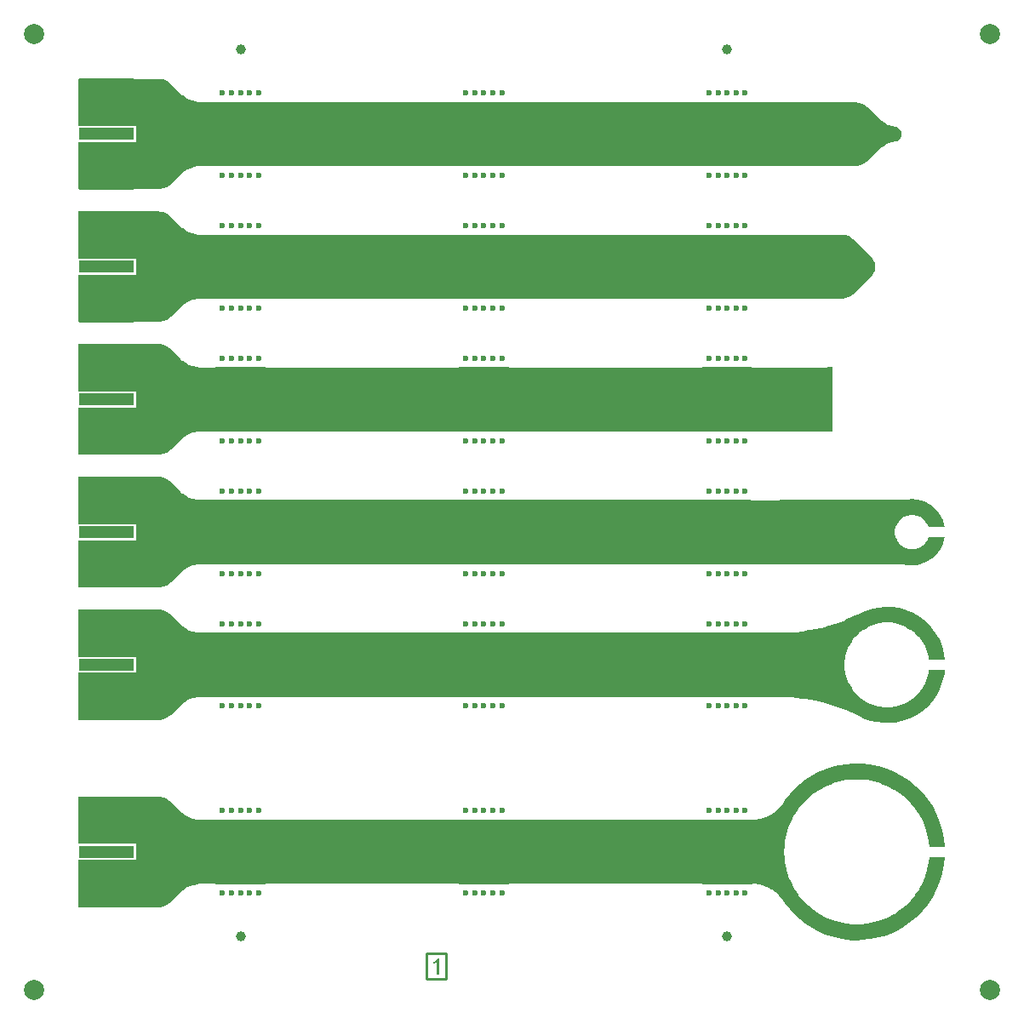
<source format=gtl>
%TF.GenerationSoftware,Altium Limited,Altium Designer,24.7.2 (38)*%
G04 Layer_Physical_Order=1*
G04 Layer_Color=255*
%FSLAX45Y45*%
%MOMM*%
%TF.SameCoordinates,9240EED7-9CEB-46DE-ACC5-CDE2BC50BDCE*%
%TF.FilePolarity,Positive*%
%TF.FileFunction,Copper,L1,Top,Signal*%
%TF.Part,Single*%
G01*
G75*
%TA.AperFunction,SMDPad,CuDef*%
%ADD10C,1.00000*%
%TA.AperFunction,ConnectorPad*%
%ADD11R,5.50000X2.50000*%
%ADD12R,5.50000X1.20000*%
%TA.AperFunction,NonConductor*%
%ADD13C,0.25400*%
%TA.AperFunction,Conductor*%
%ADD14C,0.12435*%
%TA.AperFunction,WasherPad*%
%ADD15C,2.00000*%
%ADD16C,0.60000*%
%TA.AperFunction,ViaPad*%
%ADD17C,0.45000*%
G36*
X1193932Y8744250D02*
X1192060Y8746062D01*
X1190180Y8747682D01*
X1188293Y8749112D01*
X1186398Y8750351D01*
X1184496Y8751400D01*
X1182587Y8752257D01*
X1180670Y8752925D01*
X1178746Y8753401D01*
X1176815Y8753687D01*
X1174876Y8753783D01*
X1174876Y8766218D01*
X1176815Y8766313D01*
X1178746Y8766599D01*
X1180670Y8767076D01*
X1182587Y8767743D01*
X1184496Y8768601D01*
X1186398Y8769649D01*
X1188293Y8770889D01*
X1190180Y8772319D01*
X1192059Y8773939D01*
X1193932Y8775750D01*
X1193932Y8744250D01*
D02*
G37*
G36*
X1501055Y9308568D02*
X1535528Y9301711D01*
X1567300Y9288551D01*
X1596524Y9269024D01*
X1609286Y9257456D01*
X1703974Y9162768D01*
X1703976Y9162766D01*
X1703977Y9162765D01*
X1721665Y9145076D01*
X1724170Y9143403D01*
X1726301Y9141272D01*
X1767902Y9113475D01*
X1770686Y9112322D01*
X1773191Y9110649D01*
X1819415Y9091502D01*
X1822370Y9090914D01*
X1825154Y9089761D01*
X1870000Y9080840D01*
Y9080000D01*
X1877239D01*
X1880193Y9079412D01*
X1905210Y9079412D01*
X2050000D01*
X2052953Y9080000D01*
X2547046D01*
X2550000Y9079412D01*
X4470000D01*
X4472953Y9080000D01*
X4967046D01*
X4970000Y9079412D01*
X6890000D01*
X6892953Y9080000D01*
X7387042D01*
X7390000Y9079411D01*
X8394058D01*
X8415973Y9078366D01*
X8459638Y9069717D01*
X8500059Y9052974D01*
X8537050Y9028214D01*
X8553284Y9013458D01*
X8653971Y8912772D01*
X8653972Y8912771D01*
X8653976Y8912767D01*
X8653977Y8912766D01*
X8653977Y8912765D01*
X8671658Y8895077D01*
X8674163Y8893402D01*
X8676295Y8891270D01*
X8717894Y8863467D01*
X8720680Y8862312D01*
X8723186Y8860638D01*
X8769412Y8841490D01*
X8772369Y8840902D01*
X8775154Y8839749D01*
X8824229Y8829993D01*
X8827244Y8829994D01*
X8830200Y8829406D01*
X8830631D01*
X8837530Y8826478D01*
X8849556Y8818211D01*
X8859692Y8807712D01*
X8867531Y8795402D01*
X8872757Y8781776D01*
X8875161Y8767382D01*
X8874904Y8760090D01*
X8874904D01*
X8875171Y8752792D01*
X8872782Y8738383D01*
X8867564Y8724741D01*
X8859729Y8712414D01*
X8849591Y8701900D01*
X8837558Y8693621D01*
X8830441Y8690598D01*
X8830207D01*
X8827248Y8690011D01*
X8824232Y8690012D01*
X8775153Y8680262D01*
X8772366Y8679108D01*
X8769408Y8678520D01*
X8723180Y8659371D01*
X8720672Y8657696D01*
X8717885Y8656540D01*
X8676287Y8628731D01*
X8674155Y8626598D01*
X8671648Y8624921D01*
X8653966Y8607221D01*
X8544120Y8497376D01*
X8530157Y8484721D01*
X8498245Y8463398D01*
X8463485Y8449000D01*
X8425842Y8441512D01*
X8407021Y8440588D01*
X7390000D01*
X7387045Y8440000D01*
X6892955D01*
X6890000Y8440588D01*
X4970000D01*
X4967045Y8440000D01*
X4472954D01*
X4470000Y8440588D01*
X2550000D01*
X2547045Y8440000D01*
X2052955D01*
X2050000Y8440588D01*
X1905211D01*
X1905206Y8440587D01*
X1880195Y8440587D01*
X1877242Y8440000D01*
X1870000D01*
Y8439159D01*
X1825155Y8430239D01*
X1822372Y8429086D01*
X1819417Y8428498D01*
X1773192Y8409351D01*
X1770687Y8407678D01*
X1767903Y8406524D01*
X1726302Y8378727D01*
X1724171Y8376597D01*
X1721667Y8374923D01*
X1703978Y8357234D01*
X1703977Y8357234D01*
X1609287Y8262543D01*
X1596522Y8250975D01*
X1567300Y8231449D01*
X1535526Y8218288D01*
X1501055Y8211432D01*
X1483853Y8210587D01*
X1324920D01*
X690589D01*
X690589Y8680000D01*
X1260000D01*
Y8840000D01*
X690589D01*
X690590Y9309413D01*
X1483831D01*
X1501055Y9308568D01*
D02*
G37*
G36*
X1193931Y7424250D02*
X1192059Y7426061D01*
X1190179Y7427682D01*
X1188292Y7429111D01*
X1186398Y7430351D01*
X1184496Y7431399D01*
X1182587Y7432257D01*
X1180670Y7432924D01*
X1178746Y7433401D01*
X1176815Y7433687D01*
X1174876Y7433782D01*
X1174877Y7446218D01*
X1176815Y7446313D01*
X1178747Y7446599D01*
X1180671Y7447076D01*
X1182587Y7447743D01*
X1184496Y7448601D01*
X1186398Y7449649D01*
X1188293Y7450889D01*
X1190180Y7452318D01*
X1192060Y7453939D01*
X1193933Y7455750D01*
X1193931Y7424250D01*
D02*
G37*
G36*
X1492862Y7988968D02*
X1500772Y7988580D01*
X1521033Y7984593D01*
X1535380Y7981740D01*
X1555496Y7973439D01*
X1567213Y7968586D01*
X1589752Y7953547D01*
X1596505Y7949036D01*
X1608712Y7937975D01*
X1609284Y7937457D01*
X1703971Y7842770D01*
X1703974Y7842765D01*
X1721664Y7825075D01*
X1724169Y7823402D01*
X1726299Y7821271D01*
X1767901Y7793474D01*
X1770684Y7792321D01*
X1773189Y7790647D01*
X1819414Y7771500D01*
X1822370Y7770913D01*
X1825152Y7769760D01*
X1874225Y7759999D01*
X1877238D01*
X1880193Y7759411D01*
X1905210Y7759412D01*
X2049999D01*
X2052955Y7760000D01*
X2547047D01*
X2550000Y7759412D01*
X4470000D01*
X4472952Y7760000D01*
X4840904D01*
X4967047D01*
X4970000Y7759412D01*
X6890000D01*
X6892951Y7759999D01*
X7387049D01*
X7390000Y7759412D01*
X8289898D01*
X8325530Y7752325D01*
X8361878Y7737268D01*
X8394589Y7715410D01*
X8408498Y7701500D01*
X8408499Y7701501D01*
X8572465Y7537534D01*
X8582074Y7527931D01*
X8597174Y7505345D01*
X8607576Y7480247D01*
X8612881Y7453601D01*
X8612884Y7426433D01*
X8607587Y7399786D01*
X8597191Y7374685D01*
X8582096Y7352096D01*
X8572490Y7342491D01*
X8572491Y7342491D01*
X8408776Y7178777D01*
X8394824Y7164802D01*
X8361999Y7142840D01*
X8325516Y7127711D01*
X8289738Y7120588D01*
X7390000D01*
X7387045Y7120000D01*
X6892955D01*
X6890000Y7120588D01*
X4970000D01*
X4967045Y7120000D01*
X4472955D01*
X4470000Y7120588D01*
X2050000D01*
Y7120587D01*
X2049999Y7120587D01*
X1905210D01*
X1905195Y7120584D01*
X1880193Y7120585D01*
X1877239Y7119997D01*
X1874226Y7119997D01*
X1825154Y7110237D01*
X1822370Y7109085D01*
X1819415Y7108497D01*
X1773191Y7089350D01*
X1770686Y7087677D01*
X1767902Y7086524D01*
X1726301Y7058727D01*
X1724170Y7056597D01*
X1721665Y7054922D01*
X1703977Y7037234D01*
X1703976Y7037233D01*
X1609292Y6942549D01*
X1596521Y6930974D01*
X1567297Y6911448D01*
X1535525Y6898288D01*
X1501054Y6891431D01*
X1483878Y6890587D01*
X690588Y6890587D01*
X690588Y7360000D01*
X1260000D01*
Y7520000D01*
X690588D01*
X690589Y7989412D01*
X1483307D01*
X1492862Y7988968D01*
D02*
G37*
G36*
X1193931Y6104249D02*
X1192058Y6106060D01*
X1190178Y6107680D01*
X1188292Y6109110D01*
X1186397Y6110349D01*
X1184495Y6111398D01*
X1182586Y6112256D01*
X1180669Y6112923D01*
X1178745Y6113400D01*
X1176814Y6113686D01*
X1174875Y6113781D01*
X1174876Y6126217D01*
X1176815Y6126312D01*
X1178746Y6126598D01*
X1180670Y6127074D01*
X1182587Y6127742D01*
X1184496Y6128600D01*
X1186398Y6129648D01*
X1188292Y6130887D01*
X1190179Y6132317D01*
X1192059Y6133937D01*
X1193932Y6135749D01*
X1193931Y6104249D01*
D02*
G37*
G36*
X1483858Y6669411D02*
X1501055Y6668568D01*
X1535527Y6661713D01*
X1567298Y6648553D01*
X1596520Y6629026D01*
X1609285Y6617455D01*
X1703972Y6522767D01*
X1703974Y6522765D01*
X1703975Y6522764D01*
X1721664Y6505075D01*
X1724169Y6503402D01*
X1726299Y6501271D01*
X1767900Y6473474D01*
X1770683Y6472321D01*
X1773188Y6470647D01*
X1819413Y6451500D01*
X1822369Y6450912D01*
X1825152Y6449760D01*
X1874224Y6439999D01*
X1877237D01*
X1880192Y6439411D01*
X1905209Y6439412D01*
X2049998D01*
X2052955Y6440000D01*
X2547048D01*
X2550000Y6439413D01*
X4470000D01*
X4472953Y6440000D01*
X4967046D01*
X4970000Y6439413D01*
X6889999D01*
X6892953Y6440000D01*
X7387047D01*
X7390000Y6439413D01*
X8131934D01*
X8134888Y6440000D01*
X8190000D01*
Y5800000D01*
X8134876D01*
X8131936Y5800585D01*
X8131936D01*
X8131935D01*
X8120001Y5800585D01*
X7390001Y5800585D01*
Y5800587D01*
X2049999D01*
X2049998Y5800587D01*
X1905209D01*
X1905207Y5800586D01*
X1880193Y5800587D01*
X1877238Y5799999D01*
X1874225D01*
X1825153Y5790239D01*
X1822369Y5789086D01*
X1819414Y5788498D01*
X1773189Y5769351D01*
X1770684Y5767678D01*
X1767900Y5766524D01*
X1726299Y5738726D01*
X1724169Y5736596D01*
X1721664Y5734922D01*
X1703975Y5717232D01*
X1609282Y5622540D01*
X1596520Y5610974D01*
X1567298Y5591448D01*
X1535523Y5578288D01*
X1501053Y5571431D01*
X1483861Y5570586D01*
X690587Y5570586D01*
X690587Y6040000D01*
X1260000D01*
Y6200000D01*
X690587D01*
X690588Y6669412D01*
X1483858Y6669411D01*
D02*
G37*
G36*
X1483843Y5349411D02*
X1501056Y5348566D01*
X1535528Y5341712D01*
X1567299Y5328551D01*
X1596521Y5309024D01*
X1609286Y5297453D01*
X1703973Y5202766D01*
X1703975Y5202764D01*
X1703976Y5202763D01*
X1721665Y5185074D01*
X1724170Y5183400D01*
X1726300Y5181270D01*
X1767901Y5153473D01*
X1770684Y5152320D01*
X1773189Y5150646D01*
X1819414Y5131499D01*
X1822370Y5130911D01*
X1825153Y5129759D01*
X1874225Y5119998D01*
X1877238D01*
X1880193Y5119410D01*
X1905210Y5119410D01*
X2049999D01*
X2052958Y5119999D01*
X2547047D01*
X2550001Y5119411D01*
X4469999D01*
X4472952Y5119999D01*
X4967045D01*
X4969999Y5119411D01*
X6889999D01*
X6892952Y5119999D01*
X7377744D01*
X7378290Y5119634D01*
X7378422Y5119608D01*
X7378525Y5119540D01*
X7383572Y5118579D01*
X7388607Y5117337D01*
X7388612Y5117337D01*
X7389307Y5117443D01*
X7389995Y5117306D01*
X7390000D01*
X7390001Y5117305D01*
X7390126Y5117330D01*
X7390249Y5117307D01*
X7525196Y5118401D01*
X7795089Y5119976D01*
X8065074Y5120734D01*
X8334922Y5120674D01*
D01*
X8469921Y5120336D01*
X8469958Y5120344D01*
X8469995Y5120336D01*
X8470000D01*
X8470042Y5120345D01*
X8470084Y5120336D01*
X8523792Y5120489D01*
X8523792D01*
X8631176Y5120664D01*
D01*
X8738497Y5120664D01*
X8845880Y5120490D01*
X8845881D01*
X8899591Y5120337D01*
X8902382Y5120884D01*
X8905384Y5120858D01*
X8930155Y5125563D01*
X8979824Y5129318D01*
X9028928Y5125667D01*
X9076937Y5114736D01*
X9122780Y5096768D01*
X9165430Y5072167D01*
X9203936Y5041480D01*
X9237437Y5005394D01*
X9265182Y4964718D01*
X9286550Y4920360D01*
X9301067Y4873308D01*
X9304580Y4850000D01*
X9143385D01*
X9142879Y4852542D01*
X9132326Y4878020D01*
X9130652Y4880525D01*
X9129499Y4883308D01*
X9114178Y4906238D01*
X9112047Y4908369D01*
X9110374Y4910874D01*
X9090874Y4930374D01*
X9088368Y4932048D01*
X9086238Y4934178D01*
X9063309Y4949499D01*
X9060525Y4950652D01*
X9058020Y4952326D01*
X9032542Y4962879D01*
X9029587Y4963467D01*
X9026804Y4964620D01*
X8999756Y4970000D01*
X8996743D01*
X8993789Y4970588D01*
X8966211D01*
X8963256Y4970000D01*
X8960244D01*
X8933196Y4964620D01*
X8930413Y4963467D01*
X8927458Y4962879D01*
X8901980Y4952326D01*
X8899475Y4950652D01*
X8896691Y4949499D01*
X8873762Y4934178D01*
X8871631Y4932047D01*
X8869126Y4930374D01*
X8849626Y4910874D01*
X8847952Y4908368D01*
X8845822Y4906238D01*
X8830501Y4883308D01*
X8829348Y4880525D01*
X8827674Y4878020D01*
X8817121Y4852542D01*
X8816533Y4849587D01*
X8815380Y4846804D01*
X8810000Y4819756D01*
Y4816743D01*
X8809412Y4813789D01*
Y4800000D01*
Y4786211D01*
X8810000Y4783256D01*
Y4780244D01*
X8815380Y4753196D01*
X8816533Y4750414D01*
X8817121Y4747458D01*
X8827674Y4721980D01*
X8829348Y4719475D01*
X8830501Y4716691D01*
X8845822Y4693762D01*
X8847953Y4691631D01*
X8849626Y4689126D01*
X8869126Y4669626D01*
X8871631Y4667952D01*
X8873762Y4665822D01*
X8896691Y4650501D01*
X8899475Y4649348D01*
X8901980Y4647674D01*
X8927458Y4637121D01*
X8930413Y4636533D01*
X8933196Y4635380D01*
X8960244Y4630000D01*
X8963256D01*
X8966211Y4629412D01*
X8993789D01*
X8996743Y4630000D01*
X8999756D01*
X9026804Y4635380D01*
X9029586Y4636533D01*
X9032542Y4637121D01*
X9058020Y4647674D01*
X9060525Y4649348D01*
X9063309Y4650501D01*
X9086238Y4665822D01*
X9088369Y4667953D01*
X9090874Y4669626D01*
X9110374Y4689126D01*
X9112048Y4691631D01*
X9114178Y4693762D01*
X9129499Y4716691D01*
X9130652Y4719475D01*
X9132326Y4721980D01*
X9142879Y4747458D01*
X9143385Y4750000D01*
X9304554D01*
X9300985Y4726436D01*
X9286354Y4679243D01*
X9264821Y4634772D01*
X9236874Y4594028D01*
X9203138Y4557927D01*
X9164378Y4527285D01*
X9121467Y4502793D01*
X9075370Y4485001D01*
X9027131Y4474314D01*
X8977835Y4470970D01*
X8928018Y4475094D01*
X8903199Y4480004D01*
X8900202Y4480001D01*
X8897263Y4480585D01*
X2050000D01*
X2049999Y4480586D01*
X1905210D01*
X1905208Y4480585D01*
X1880194Y4480586D01*
X1877239Y4479998D01*
X1874226D01*
X1825154Y4470238D01*
X1822370Y4469085D01*
X1819415Y4468497D01*
X1773190Y4449350D01*
X1770685Y4447676D01*
X1767901Y4446523D01*
X1726300Y4418725D01*
X1724170Y4416595D01*
X1721665Y4414921D01*
X1703976Y4397231D01*
X1609283Y4302539D01*
X1596521Y4290973D01*
X1567299Y4271447D01*
X1535524Y4258286D01*
X1501054Y4251430D01*
X1483862Y4250585D01*
X690588Y4250585D01*
X690588Y4719999D01*
X1260001D01*
Y4879999D01*
X1260000D01*
Y4880000D01*
X690588D01*
X690589Y5349411D01*
X894574D01*
X1483843Y5349411D01*
D02*
G37*
G36*
X8783140Y4056908D02*
X8856690Y4045333D01*
X8928150Y4024420D01*
X8996336Y3994514D01*
X9060124Y3956109D01*
X9118458Y3909841D01*
X9170377Y3856471D01*
X9215022Y3796884D01*
X9251654Y3732064D01*
X9279671Y3663079D01*
X9298608Y3591071D01*
X9306502Y3530000D01*
X9147634D01*
X9143653Y3560241D01*
X9143004Y3562151D01*
X9142872Y3564165D01*
X9129641Y3613547D01*
X9128748Y3615357D01*
X9128354Y3617336D01*
X9108790Y3664568D01*
X9107669Y3666245D01*
X9107020Y3668156D01*
X9081459Y3712431D01*
X9080128Y3713948D01*
X9079236Y3715758D01*
X9048113Y3756317D01*
X9046596Y3757648D01*
X9045475Y3759325D01*
X9009325Y3795475D01*
X9007648Y3796596D01*
X9006317Y3798113D01*
X8965758Y3829236D01*
X8963948Y3830128D01*
X8962431Y3831459D01*
X8918156Y3857020D01*
X8916246Y3857669D01*
X8914568Y3858790D01*
X8867336Y3878354D01*
X8865357Y3878748D01*
X8863547Y3879640D01*
X8814165Y3892872D01*
X8812152Y3893004D01*
X8810241Y3893653D01*
X8759554Y3900326D01*
X8757541Y3900194D01*
X8755562Y3900588D01*
X8704438D01*
X8702459Y3900194D01*
X8700445Y3900326D01*
X8649759Y3893653D01*
X8647848Y3893004D01*
X8645835Y3892872D01*
X8596453Y3879640D01*
X8594643Y3878748D01*
X8592664Y3878354D01*
X8545432Y3858790D01*
X8543754Y3857669D01*
X8541843Y3857020D01*
X8497569Y3831458D01*
X8496052Y3830128D01*
X8494242Y3829235D01*
X8453683Y3798113D01*
X8452352Y3796596D01*
X8450674Y3795475D01*
X8414524Y3759325D01*
X8413404Y3757648D01*
X8411886Y3756317D01*
X8380764Y3715758D01*
X8379871Y3713948D01*
X8378541Y3712431D01*
X8352979Y3668156D01*
X8352331Y3666245D01*
X8351210Y3664568D01*
X8331646Y3617335D01*
X8331252Y3615357D01*
X8330359Y3613547D01*
X8317127Y3564165D01*
X8316996Y3562151D01*
X8316347Y3560241D01*
X8309674Y3509554D01*
X8309806Y3507541D01*
X8309412Y3505562D01*
Y3480000D01*
Y3454438D01*
X8309806Y3452459D01*
X8309674Y3450445D01*
X8316347Y3399759D01*
X8316996Y3397848D01*
X8317127Y3395835D01*
X8330359Y3346453D01*
X8331252Y3344643D01*
X8331646Y3342664D01*
X8351210Y3295432D01*
X8352331Y3293754D01*
X8352979Y3291843D01*
X8378541Y3247569D01*
X8379872Y3246051D01*
X8380764Y3244242D01*
X8411886Y3203682D01*
X8413404Y3202352D01*
X8414524Y3200674D01*
X8450674Y3164524D01*
X8452352Y3163403D01*
X8453683Y3161886D01*
X8494242Y3130764D01*
X8496052Y3129871D01*
X8497569Y3128541D01*
X8541843Y3102979D01*
X8543754Y3102331D01*
X8545432Y3101210D01*
X8592664Y3081645D01*
X8594643Y3081252D01*
X8596453Y3080359D01*
X8645835Y3067127D01*
X8647849Y3066995D01*
X8649759Y3066347D01*
X8700446Y3059674D01*
X8702459Y3059806D01*
X8704438Y3059412D01*
X8755562D01*
X8757541Y3059806D01*
X8759554Y3059674D01*
X8810241Y3066347D01*
X8812151Y3066995D01*
X8814165Y3067127D01*
X8863547Y3080359D01*
X8865357Y3081252D01*
X8867336Y3081645D01*
X8914568Y3101210D01*
X8916246Y3102331D01*
X8918156Y3102979D01*
X8962431Y3128541D01*
X8963948Y3129872D01*
X8965758Y3130764D01*
X9006317Y3161886D01*
X9007648Y3163403D01*
X9009325Y3164524D01*
X9045475Y3200674D01*
X9046596Y3202352D01*
X9048113Y3203682D01*
X9079236Y3244242D01*
X9080128Y3246052D01*
X9081459Y3247569D01*
X9107020Y3291843D01*
X9107669Y3293754D01*
X9108790Y3295432D01*
X9128354Y3342664D01*
X9128748Y3344643D01*
X9129641Y3346453D01*
X9142872Y3395835D01*
X9143004Y3397848D01*
X9143653Y3399759D01*
X9147634Y3430000D01*
X9306541D01*
X9303092Y3394976D01*
X9292000Y3339214D01*
X9275495Y3284804D01*
X9253738Y3232278D01*
X9226936Y3182136D01*
X9195348Y3134860D01*
X9159279Y3090910D01*
X9119074Y3050706D01*
X9075126Y3014639D01*
X9027851Y2983051D01*
X8977707Y2956248D01*
X8925182Y2934492D01*
X8870771Y2917987D01*
X8815008Y2906895D01*
X8758054Y2901286D01*
X8730068Y2900599D01*
X8696237Y2901593D01*
X8627858Y2909703D01*
X8561356Y2925714D01*
X8496781Y2949616D01*
X8465459Y2964483D01*
X8465453Y2964485D01*
X8419907Y2987779D01*
X8419025Y2988029D01*
X8418273Y2988554D01*
X8322922Y3030411D01*
X8322027Y3030608D01*
X8321246Y3031088D01*
X8223588Y3067238D01*
X8222683Y3067382D01*
X8221875Y3067815D01*
X8122252Y3098132D01*
X8121340Y3098223D01*
X8120508Y3098607D01*
X8019268Y3122986D01*
X8018352Y3123023D01*
X8017498Y3123357D01*
X7914995Y3141713D01*
X7914078Y3141695D01*
X7913207Y3141978D01*
X7809798Y3154246D01*
X7808885Y3154174D01*
X7807997Y3154406D01*
X7704044Y3160542D01*
X7703136Y3160417D01*
X7702237Y3160595D01*
X7650170Y3160587D01*
X7390000Y3160588D01*
X7389982Y3160584D01*
X2049999D01*
X2049998Y3160584D01*
X1905210D01*
X1905204Y3160583D01*
X1880193Y3160584D01*
X1877238Y3159996D01*
X1874225D01*
X1825153Y3150237D01*
X1822369Y3149083D01*
X1819414Y3148496D01*
X1773189Y3129349D01*
X1770684Y3127675D01*
X1767901Y3126522D01*
X1726300Y3098724D01*
X1724169Y3096594D01*
X1721664Y3094920D01*
X1703976Y3077231D01*
X1703976Y3077231D01*
X1609289Y2982544D01*
X1596520Y2970971D01*
X1567297Y2951446D01*
X1535523Y2938285D01*
X1501053Y2931428D01*
X1483849Y2930583D01*
X690587D01*
X690587Y3399998D01*
X1260000D01*
Y3559997D01*
X1260000D01*
Y3560000D01*
X690588D01*
X690588Y4029410D01*
X894574D01*
X1483832Y4029410D01*
X1501057Y4028565D01*
X1535526Y4021711D01*
X1567299Y4008550D01*
X1596520Y3989023D01*
X1609282Y3977455D01*
X1703972Y3882766D01*
X1703974Y3882763D01*
X1721663Y3865073D01*
X1724168Y3863399D01*
X1726299Y3861269D01*
X1767900Y3833471D01*
X1770684Y3832318D01*
X1773188Y3830645D01*
X1819414Y3811498D01*
X1822368Y3810910D01*
X1825152Y3809757D01*
X1874224Y3799996D01*
X1877237D01*
X1880192Y3799409D01*
X1905209Y3799409D01*
X2049998D01*
X2052957Y3799998D01*
X2547047D01*
X2550000Y3799410D01*
X4470000D01*
X4472953Y3799998D01*
X4967046D01*
X4970000Y3799410D01*
X6890000D01*
X6892953Y3799998D01*
X7387057D01*
X7390000Y3799412D01*
X7649955D01*
X7701266Y3798598D01*
X7702218Y3798772D01*
X7703174Y3798628D01*
X7806242Y3803427D01*
X7807181Y3803659D01*
X7808144Y3803575D01*
X7910712Y3814791D01*
X7911634Y3815082D01*
X7912601Y3815057D01*
X8014270Y3832646D01*
X8015172Y3832994D01*
X8016139Y3833030D01*
X8116513Y3856923D01*
X8117393Y3857326D01*
X8118355Y3857422D01*
X8217045Y3887527D01*
X8217897Y3887985D01*
X8218851Y3888141D01*
X8315472Y3924340D01*
X8316294Y3924849D01*
X8317237Y3925065D01*
X8411413Y3967217D01*
X8412202Y3967777D01*
X8413129Y3968051D01*
X8458017Y3991605D01*
X8458042Y3991611D01*
X8491946Y4008191D01*
X8562137Y4034481D01*
X8634635Y4051436D01*
X8708710Y4058954D01*
X8783140Y4056908D01*
D02*
G37*
G36*
X8472770Y2498343D02*
X8559030Y2489853D01*
X8643669Y2473021D01*
X8726253Y2447974D01*
X8805984Y2414952D01*
X8882095Y2374273D01*
X8953850Y2326330D01*
X9020562Y2271582D01*
X9081584Y2210561D01*
X9136332Y2143850D01*
X9184277Y2072094D01*
X9224956Y1995985D01*
X9257978Y1916256D01*
X9283027Y1833671D01*
X9299859Y1749031D01*
X9307639Y1670002D01*
X9149150D01*
X9143795Y1724367D01*
X9143355Y1725818D01*
Y1727336D01*
X9130128Y1793828D01*
X9129548Y1795230D01*
X9129399Y1796740D01*
X9109719Y1861616D01*
X9109004Y1862954D01*
X9108708Y1864442D01*
X9082764Y1927076D01*
X9081921Y1928338D01*
X9081480Y1929790D01*
X9049522Y1989580D01*
X9048559Y1990753D01*
X9047979Y1992155D01*
X9010314Y2048524D01*
X9009241Y2049597D01*
X9008526Y2050935D01*
X8965517Y2103341D01*
X8964344Y2104304D01*
X8963501Y2105566D01*
X8915563Y2153504D01*
X8914301Y2154347D01*
X8913339Y2155520D01*
X8860932Y2198528D01*
X8859594Y2199244D01*
X8858522Y2200316D01*
X8802152Y2237981D01*
X8800750Y2238562D01*
X8799578Y2239524D01*
X8739788Y2271483D01*
X8738336Y2271923D01*
X8737074Y2272766D01*
X8674439Y2298710D01*
X8672952Y2299006D01*
X8671613Y2299722D01*
X8606737Y2319402D01*
X8605227Y2319550D01*
X8603826Y2320131D01*
X8537333Y2333357D01*
X8535816D01*
X8534364Y2333797D01*
X8466895Y2340443D01*
X8465385Y2340294D01*
X8463897Y2340590D01*
X8396102D01*
X8394614Y2340294D01*
X8393104Y2340443D01*
X8325635Y2333797D01*
X8324184Y2333357D01*
X8322666D01*
X8256174Y2320131D01*
X8254772Y2319550D01*
X8253262Y2319402D01*
X8188386Y2299722D01*
X8187048Y2299006D01*
X8185560Y2298710D01*
X8122926Y2272766D01*
X8121664Y2271923D01*
X8120212Y2271483D01*
X8060422Y2239524D01*
X8059249Y2238562D01*
X8057847Y2237981D01*
X8001478Y2200316D01*
X8000405Y2199243D01*
X7999067Y2198528D01*
X7946661Y2155520D01*
X7945698Y2154347D01*
X7944436Y2153504D01*
X7896498Y2105566D01*
X7895655Y2104304D01*
X7894482Y2103341D01*
X7851474Y2050935D01*
X7850758Y2049597D01*
X7849686Y2048524D01*
X7812021Y1992155D01*
X7811440Y1990753D01*
X7810478Y1989580D01*
X7778519Y1929790D01*
X7778079Y1928338D01*
X7777236Y1927076D01*
X7751292Y1864442D01*
X7750996Y1862954D01*
X7750280Y1861616D01*
X7730600Y1796740D01*
X7730452Y1795230D01*
X7729871Y1793828D01*
X7716645Y1727336D01*
Y1725818D01*
X7716205Y1724366D01*
X7709560Y1656898D01*
X7709708Y1655388D01*
X7709412Y1653900D01*
Y1620002D01*
Y1586105D01*
X7709708Y1584617D01*
X7709560Y1583107D01*
X7716205Y1515638D01*
X7716645Y1514186D01*
Y1512669D01*
X7729871Y1446176D01*
X7730452Y1444775D01*
X7730600Y1443265D01*
X7750280Y1378389D01*
X7750996Y1377050D01*
X7751292Y1375563D01*
X7777236Y1312928D01*
X7778079Y1311666D01*
X7778519Y1310214D01*
X7810478Y1250424D01*
X7811440Y1249252D01*
X7812021Y1247850D01*
X7849686Y1191480D01*
X7850759Y1190407D01*
X7851474Y1189070D01*
X7894482Y1136663D01*
X7895655Y1135701D01*
X7896498Y1134439D01*
X7944436Y1086500D01*
X7945698Y1085657D01*
X7946661Y1084485D01*
X7999067Y1041476D01*
X8000405Y1040761D01*
X8001478Y1039688D01*
X8057847Y1002023D01*
X8059249Y1001442D01*
X8060422Y1000480D01*
X8120212Y968522D01*
X8121664Y968081D01*
X8122926Y967238D01*
X8185560Y941294D01*
X8187048Y940998D01*
X8188386Y940283D01*
X8253262Y920603D01*
X8254772Y920454D01*
X8256174Y919874D01*
X8322666Y906647D01*
X8324184D01*
X8325636Y906207D01*
X8393104Y899562D01*
X8394614Y899711D01*
X8396102Y899415D01*
X8463897D01*
X8465385Y899711D01*
X8466895Y899562D01*
X8534364Y906207D01*
X8535816Y906647D01*
X8537333D01*
X8603826Y919874D01*
X8605227Y920454D01*
X8606737Y920603D01*
X8671613Y940283D01*
X8672952Y940998D01*
X8674439Y941294D01*
X8737074Y967238D01*
X8738336Y968081D01*
X8739788Y968522D01*
X8799578Y1000480D01*
X8800750Y1001442D01*
X8802152Y1002023D01*
X8858522Y1039688D01*
X8859595Y1040761D01*
X8860932Y1041476D01*
X8913339Y1084485D01*
X8914301Y1085658D01*
X8915563Y1086501D01*
X8963502Y1134439D01*
X8964345Y1135701D01*
X8965517Y1136663D01*
X9008526Y1189070D01*
X9009241Y1190408D01*
X9010314Y1191480D01*
X9047979Y1247850D01*
X9048559Y1249252D01*
X9049522Y1250424D01*
X9081480Y1310214D01*
X9081921Y1311666D01*
X9082764Y1312928D01*
X9108708Y1375563D01*
X9109004Y1377050D01*
X9109719Y1378389D01*
X9129399Y1443265D01*
X9129548Y1444775D01*
X9130128Y1446176D01*
X9143355Y1512669D01*
Y1514186D01*
X9143795Y1515638D01*
X9149150Y1570002D01*
X9307627D01*
X9299841Y1490954D01*
X9283006Y1406317D01*
X9257955Y1323734D01*
X9224932Y1244010D01*
X9184252Y1167903D01*
X9136308Y1096149D01*
X9081562Y1029442D01*
X9020541Y968420D01*
X8953835Y913676D01*
X8882081Y865732D01*
X8805976Y825053D01*
X8726248Y792028D01*
X8643667Y766978D01*
X8559030Y750142D01*
X8472777Y741647D01*
X8429897Y740594D01*
X8394049Y741333D01*
X8321613Y747311D01*
X8250226Y759174D01*
X8180060Y776866D01*
X8111582Y800269D01*
X8045264Y829223D01*
X7981548Y863535D01*
X7920872Y902967D01*
X7863644Y947257D01*
X7810251Y996103D01*
X7761056Y1049175D01*
X7716198Y1106358D01*
X7695482Y1136418D01*
X7695463Y1136436D01*
X7684404Y1153215D01*
X7683066Y1154570D01*
X7682136Y1156233D01*
X7655195Y1187816D01*
X7653699Y1188996D01*
X7652572Y1190532D01*
X7621945Y1218555D01*
X7620315Y1219542D01*
X7619007Y1220927D01*
X7585161Y1244963D01*
X7583422Y1245742D01*
X7581954Y1246955D01*
X7545405Y1266639D01*
X7543583Y1267197D01*
X7541976Y1268220D01*
X7503281Y1283251D01*
X7501405Y1283581D01*
X7499684Y1284398D01*
X7459431Y1294547D01*
X7457528Y1294643D01*
X7455720Y1295242D01*
X7414523Y1300354D01*
X7412623Y1300216D01*
X7410755Y1300587D01*
X7389998Y1300586D01*
X7387049Y1299999D01*
X6892959D01*
X6890000Y1300588D01*
X4969999D01*
X4967040Y1299999D01*
X4472951D01*
X4469999Y1300586D01*
X2549999D01*
X2547047Y1299999D01*
X2052957D01*
X2049999Y1300588D01*
X1905210D01*
X1905205Y1300587D01*
X1880194Y1300588D01*
X1877238Y1300000D01*
X1874226D01*
X1825153Y1290240D01*
X1822369Y1289087D01*
X1819415Y1288499D01*
X1773189Y1269352D01*
X1770684Y1267678D01*
X1767901Y1266525D01*
X1726300Y1238728D01*
X1724169Y1236597D01*
X1721664Y1234923D01*
X1703975Y1217233D01*
X1609287Y1122545D01*
X1596521Y1110975D01*
X1567297Y1091448D01*
X1535525Y1078288D01*
X1501054Y1071432D01*
X1483849Y1070587D01*
X690588D01*
X690588Y1540000D01*
X1260000D01*
Y1700000D01*
X690588D01*
X690588Y2169413D01*
X1483828D01*
X1501058Y2168569D01*
X1535527Y2161714D01*
X1567300Y2148554D01*
X1596521Y2129027D01*
X1609284Y2117456D01*
X1703973Y2022768D01*
X1703974Y2022766D01*
X1721664Y2005077D01*
X1724169Y2003403D01*
X1726299Y2001272D01*
X1767900Y1973475D01*
X1770685Y1972321D01*
X1773189Y1970648D01*
X1819414Y1951501D01*
X1822369Y1950913D01*
X1825152Y1949760D01*
X1874225Y1940000D01*
X1877237D01*
X1880192Y1939412D01*
X1905209Y1939412D01*
X2049999D01*
X2052952Y1940000D01*
X2547046D01*
X2550000Y1939412D01*
X4470000D01*
X4472953Y1940000D01*
X4967046D01*
X4970000Y1939412D01*
X6890000D01*
X6892953Y1940000D01*
X7387038D01*
X7389990Y1939412D01*
X7410751Y1939410D01*
X7412620Y1939782D01*
X7414520Y1939643D01*
X7455727Y1944755D01*
X7457535Y1945353D01*
X7459437Y1945449D01*
X7499701Y1955598D01*
X7501422Y1956415D01*
X7503298Y1956745D01*
X7542004Y1971777D01*
X7543612Y1972799D01*
X7545432Y1973358D01*
X7581993Y1993043D01*
X7583461Y1994255D01*
X7585200Y1995034D01*
X7619057Y2019073D01*
X7620365Y2020457D01*
X7621994Y2021444D01*
X7652632Y2049471D01*
X7653759Y2051006D01*
X7655255Y2052186D01*
X7682206Y2083773D01*
X7683136Y2085436D01*
X7684475Y2086791D01*
X7695682Y2103789D01*
X7716266Y2133654D01*
X7761126Y2190836D01*
X7810322Y2243905D01*
X7863718Y2292751D01*
X7920949Y2337041D01*
X7981627Y2376473D01*
X8045341Y2410781D01*
X8111664Y2439736D01*
X8180139Y2463136D01*
X8250312Y2480829D01*
X8321698Y2492690D01*
X8394134Y2498667D01*
X8429669Y2499398D01*
X8472770Y2498343D01*
D02*
G37*
G36*
X7395995Y710000D02*
X7390000D01*
Y724472D01*
X7395995Y710000D01*
D02*
G37*
G36*
X4274485Y402350D02*
X4254884D01*
Y527601D01*
X4254551Y527269D01*
X4253555Y526439D01*
X4252060Y525110D01*
X4249900Y523282D01*
X4247242Y521289D01*
X4243920Y518963D01*
X4240265Y516472D01*
X4236112Y513980D01*
X4235946D01*
X4235614Y513648D01*
X4234950Y513315D01*
X4234119Y512817D01*
X4233122Y512319D01*
X4231960Y511654D01*
X4229302Y510159D01*
X4225979Y508498D01*
X4222657Y506837D01*
X4219002Y505176D01*
X4215514Y503847D01*
Y522950D01*
X4215680Y523116D01*
X4216179Y523282D01*
X4217175Y523781D01*
X4218338Y524279D01*
X4219667Y525110D01*
X4221328Y525940D01*
X4223155Y526937D01*
X4225315Y528100D01*
X4229800Y530924D01*
X4234617Y534080D01*
X4239435Y537568D01*
X4244252Y541555D01*
X4244418Y541721D01*
X4244750Y542054D01*
X4245415Y542718D01*
X4246246Y543382D01*
X4247242Y544379D01*
X4248405Y545708D01*
X4251063Y548366D01*
X4254053Y551688D01*
X4256877Y555343D01*
X4259535Y559163D01*
X4260698Y561157D01*
X4261694Y563150D01*
X4274485D01*
Y402350D01*
D02*
G37*
D10*
X2299999Y779999D02*
D03*
X7140000Y779998D02*
D03*
Y9599999D02*
D03*
X2300000Y9600000D02*
D03*
D11*
X965000Y3054998D02*
D03*
Y3904998D02*
D03*
X965001Y4374999D02*
D03*
Y5224999D02*
D03*
X965000Y2045000D02*
D03*
Y1195000D02*
D03*
Y4375000D02*
D03*
Y5225000D02*
D03*
X965000Y8335000D02*
D03*
Y9185000D02*
D03*
X965000Y7015000D02*
D03*
Y7865000D02*
D03*
Y6545000D02*
D03*
Y5695000D02*
D03*
Y3905000D02*
D03*
Y3055000D02*
D03*
D12*
X965000Y3479998D02*
D03*
X965001Y4799999D02*
D03*
X965000Y1620000D02*
D03*
Y4800000D02*
D03*
X965000Y8760000D02*
D03*
X965000Y7440000D02*
D03*
Y6120000D02*
D03*
Y3480000D02*
D03*
D13*
X4150000Y355500D02*
X4340000D01*
X4150000D02*
Y610000D01*
X4340000Y355500D02*
Y610000D01*
X4150000D02*
X4340000D01*
D14*
X1209998Y1619999D02*
X1209999Y1619998D01*
X964999Y1619999D02*
X1209998D01*
X965000Y3479997D02*
X1209999D01*
X1210000Y3479996D01*
X965000Y4799998D02*
X1209999D01*
X1210000Y4799997D01*
X1209998Y6119999D02*
X1209999Y6119998D01*
X964999Y6119999D02*
X1209998D01*
X965000Y8760000D02*
X1210000D01*
X1210000Y8760000D01*
X965000Y7440000D02*
X1209999D01*
X1210000Y7439999D01*
D15*
X250000Y250000D02*
D03*
X9750000D02*
D03*
Y9750000D02*
D03*
X250000D02*
D03*
D16*
X7230000Y9169999D02*
D03*
X7050000D02*
D03*
X7140000D02*
D03*
X6960000D02*
D03*
X7320000D02*
D03*
X7230000Y7849999D02*
D03*
X7050000D02*
D03*
X7140000D02*
D03*
X6960000D02*
D03*
X7320000D02*
D03*
X7230000Y8349999D02*
D03*
X7050000D02*
D03*
X7140000D02*
D03*
X6960000D02*
D03*
X7320000D02*
D03*
Y7029999D02*
D03*
X6960000D02*
D03*
X7140000D02*
D03*
X7050000D02*
D03*
X7230000D02*
D03*
X7320000Y6529999D02*
D03*
X6960000D02*
D03*
X7140000D02*
D03*
X7050000D02*
D03*
X7230000D02*
D03*
X2390000Y6530000D02*
D03*
X2210000D02*
D03*
X2300000D02*
D03*
X2120000D02*
D03*
X2480000D02*
D03*
X4810000D02*
D03*
X4630000D02*
D03*
X4720000D02*
D03*
X4540000D02*
D03*
X4900000D02*
D03*
X7229999Y5209998D02*
D03*
X7049999D02*
D03*
X7139999D02*
D03*
X6959999D02*
D03*
X7319999D02*
D03*
X7229999Y5709998D02*
D03*
X7049999D02*
D03*
X7139999D02*
D03*
X6959999D02*
D03*
X7319999D02*
D03*
X7320000Y4389997D02*
D03*
X6960000D02*
D03*
X7140000D02*
D03*
X7050000D02*
D03*
X7230000D02*
D03*
X7320000Y3889997D02*
D03*
X6960000D02*
D03*
X7140000D02*
D03*
X7050000D02*
D03*
X7230000D02*
D03*
X7320000Y3069995D02*
D03*
X6959999D02*
D03*
X7139999D02*
D03*
X7049999D02*
D03*
X7230000D02*
D03*
X4719999Y1209999D02*
D03*
X7230000Y2029999D02*
D03*
X7050000D02*
D03*
X7140000D02*
D03*
X6960000D02*
D03*
X7320000D02*
D03*
X7230000Y1209998D02*
D03*
X7050000D02*
D03*
X7140000D02*
D03*
X6960000D02*
D03*
X7320000D02*
D03*
X4900000Y2030000D02*
D03*
X4540000D02*
D03*
X4720000D02*
D03*
X4630000D02*
D03*
X4810000D02*
D03*
X2390000D02*
D03*
X2210000D02*
D03*
X2300000D02*
D03*
X2120000D02*
D03*
X2480000D02*
D03*
X2119999Y1209999D02*
D03*
X2389999D02*
D03*
X2209999D02*
D03*
X2299999D02*
D03*
X2479999D02*
D03*
X4899999D02*
D03*
X4539999D02*
D03*
X4629999D02*
D03*
X4809999D02*
D03*
X4809999Y3069997D02*
D03*
X4629999D02*
D03*
X4719999D02*
D03*
X4539999D02*
D03*
X4899999D02*
D03*
X2480000D02*
D03*
X2299999D02*
D03*
X2209999D02*
D03*
X2390000D02*
D03*
X2119999D02*
D03*
X2480000Y3889998D02*
D03*
X2120000D02*
D03*
X2300000D02*
D03*
X2210000D02*
D03*
X2390000D02*
D03*
X4810000D02*
D03*
X4630000D02*
D03*
X4720000D02*
D03*
X4540000D02*
D03*
X4900000D02*
D03*
X4810000Y4389998D02*
D03*
X4630000D02*
D03*
X4720000D02*
D03*
X4540000D02*
D03*
X4900000D02*
D03*
X2480000D02*
D03*
X2300000D02*
D03*
X2210000D02*
D03*
X2390000D02*
D03*
X2120000D02*
D03*
X2119999Y5709999D02*
D03*
X2389999D02*
D03*
X2209999D02*
D03*
X2299999D02*
D03*
X2479999D02*
D03*
X4899999D02*
D03*
X4539999D02*
D03*
X4719999D02*
D03*
X4629999D02*
D03*
X4809999D02*
D03*
X2120000Y7850000D02*
D03*
X2210000D02*
D03*
X2300000D02*
D03*
X2390000D02*
D03*
X2480000D02*
D03*
X4899999Y5209999D02*
D03*
X4539999D02*
D03*
X4719999D02*
D03*
X4629999D02*
D03*
X4809999D02*
D03*
X2389999D02*
D03*
X2209999D02*
D03*
X2299999D02*
D03*
X2119999D02*
D03*
X2479999D02*
D03*
X2390000Y7030000D02*
D03*
X2210000D02*
D03*
X2300000D02*
D03*
X2120000D02*
D03*
X2480000D02*
D03*
X4900000D02*
D03*
X4540000D02*
D03*
X4720000D02*
D03*
X4630000D02*
D03*
X4810000D02*
D03*
X4900000Y9170000D02*
D03*
X4540000D02*
D03*
X4720000D02*
D03*
X4630000D02*
D03*
X4810000D02*
D03*
X2480000D02*
D03*
X2120000D02*
D03*
X2300000D02*
D03*
X2210000D02*
D03*
X2390000D02*
D03*
X4900000Y8350000D02*
D03*
X4540000D02*
D03*
X4720000D02*
D03*
X4630000D02*
D03*
X4810000D02*
D03*
Y7850000D02*
D03*
X4630000D02*
D03*
X4720000D02*
D03*
X4540000D02*
D03*
X4900000D02*
D03*
X2390000Y8350000D02*
D03*
X2210000D02*
D03*
X2300000D02*
D03*
X2120000D02*
D03*
X2480000D02*
D03*
D17*
X7612486Y1569998D02*
D03*
X7552486D02*
D03*
X7682500Y1580000D02*
D03*
Y1645000D02*
D03*
X7687500Y1710000D02*
D03*
X7697500Y1775000D02*
D03*
X7715000Y1840000D02*
D03*
X7737500Y1902500D02*
D03*
X7765000Y1962500D02*
D03*
X7800000Y2020000D02*
D03*
X7837500Y2075000D02*
D03*
X7880000Y2125000D02*
D03*
X7927500Y2172500D02*
D03*
X7977500Y2215000D02*
D03*
X8032500Y2252500D02*
D03*
X8090000Y2285000D02*
D03*
X8150000Y2312500D02*
D03*
X8212500Y2335000D02*
D03*
X8277500Y2352500D02*
D03*
X8342500Y2362500D02*
D03*
X8407500Y2367500D02*
D03*
X8472500Y2365000D02*
D03*
X8537500Y2360000D02*
D03*
X8602500Y2347500D02*
D03*
X8665000Y2327500D02*
D03*
X8727500Y2305000D02*
D03*
X8787500Y2275000D02*
D03*
X8845000Y2240000D02*
D03*
X8900000Y2200000D02*
D03*
X8950000Y2157500D02*
D03*
X8995000Y2107500D02*
D03*
X9037500Y2057500D02*
D03*
X9072500Y2002500D02*
D03*
X9105000Y1945000D02*
D03*
X9130000Y1885000D02*
D03*
X9150000Y1822500D02*
D03*
X9165000Y1757500D02*
D03*
X9175000Y1692500D02*
D03*
X7702500Y1450000D02*
D03*
X7717500Y1390000D02*
D03*
X7742500Y1330000D02*
D03*
X7770000Y1270000D02*
D03*
X7805000Y1215000D02*
D03*
X7842500Y1160000D02*
D03*
X7885000Y1110000D02*
D03*
X7932500Y1065000D02*
D03*
X7982500Y1022500D02*
D03*
X8037500Y985000D02*
D03*
X8095000Y952500D02*
D03*
X8155000Y925000D02*
D03*
X8217500Y902500D02*
D03*
X8282500Y887500D02*
D03*
X8347500Y877500D02*
D03*
X8412500Y875000D02*
D03*
X8477500D02*
D03*
X8542500Y882500D02*
D03*
X8607500Y895000D02*
D03*
X8672500Y912500D02*
D03*
X8732500Y937500D02*
D03*
X8792500Y965000D02*
D03*
X8847500Y1000000D02*
D03*
X8900000Y1040000D02*
D03*
X8950000Y1082500D02*
D03*
X8995000Y1130000D02*
D03*
X9035000Y1182500D02*
D03*
X9072500Y1237500D02*
D03*
X9105000Y1295000D02*
D03*
X9130000Y1355000D02*
D03*
X9152500Y1417500D02*
D03*
X9165000Y1482500D02*
D03*
X9175000Y1547500D02*
D03*
X7527500Y1382500D02*
D03*
X7532500Y1850000D02*
D03*
X7565000Y1282500D02*
D03*
X7505000Y1307500D02*
D03*
X7440000Y1320000D02*
D03*
X7560000Y1955000D02*
D03*
X7500000Y1930000D02*
D03*
X7582500Y1717500D02*
D03*
X7595000Y1782500D02*
D03*
X7610000Y1847500D02*
D03*
X7630000Y1910000D02*
D03*
X7655000Y1970000D02*
D03*
X7685000Y2030000D02*
D03*
X7717500Y2087500D02*
D03*
X7755000Y2142500D02*
D03*
X7797500Y2192500D02*
D03*
X7845000Y2237500D02*
D03*
X7892500Y2282500D02*
D03*
X7945000Y2322500D02*
D03*
X8000000Y2357500D02*
D03*
X8060000Y2387500D02*
D03*
X8120000Y2415000D02*
D03*
X8182500Y2435000D02*
D03*
X8247500Y2452500D02*
D03*
X8312500Y2465000D02*
D03*
X8377500Y2470000D02*
D03*
X8442500Y2472500D02*
D03*
X8507500Y2470000D02*
D03*
X8572500Y2460000D02*
D03*
X8637500Y2447500D02*
D03*
X8700000Y2427500D02*
D03*
X8762500Y2405000D02*
D03*
X8822500Y2375000D02*
D03*
X8880000Y2342500D02*
D03*
X8935000Y2307500D02*
D03*
X8987500Y2265000D02*
D03*
X9035000Y2220000D02*
D03*
X9080000Y2172500D02*
D03*
X9120000Y2120000D02*
D03*
X9157500Y2065000D02*
D03*
X9190000Y2007500D02*
D03*
X9215000Y1947500D02*
D03*
X9240000Y1887500D02*
D03*
X9257500Y1822500D02*
D03*
X9270000Y1757500D02*
D03*
X9277500Y1692500D02*
D03*
X7575000Y1455000D02*
D03*
X7607500Y1397500D02*
D03*
X7627500Y1335000D02*
D03*
X7652500Y1272500D02*
D03*
X7680000Y1212500D02*
D03*
X7715000Y1157500D02*
D03*
X7752500Y1102500D02*
D03*
X7795000Y1052500D02*
D03*
X7840000Y1005000D02*
D03*
X7890000Y962500D02*
D03*
X7942500Y922500D02*
D03*
X7997500Y887500D02*
D03*
X8055000Y855000D02*
D03*
X8115000Y827500D02*
D03*
X8177500Y805000D02*
D03*
X8242500Y787500D02*
D03*
X8307500Y777500D02*
D03*
X8372500Y770000D02*
D03*
X8437500Y767500D02*
D03*
X8502500Y770000D02*
D03*
X8567500Y780000D02*
D03*
X8632500Y792500D02*
D03*
X8697500Y810000D02*
D03*
X8760000Y835000D02*
D03*
X8820000Y862500D02*
D03*
X8877500Y895000D02*
D03*
X8932500Y932500D02*
D03*
X8985000Y972500D02*
D03*
X9032500Y1017500D02*
D03*
X9077500Y1065000D02*
D03*
X9117500Y1117500D02*
D03*
X9155000Y1172500D02*
D03*
X9187500Y1230000D02*
D03*
X9215000Y1290000D02*
D03*
X9237500Y1352500D02*
D03*
X9257500Y1417500D02*
D03*
X9272500Y1482500D02*
D03*
X9280000Y1547500D02*
D03*
X7642154Y1481079D02*
D03*
X1209999Y1619998D02*
D03*
X712500Y1452497D02*
D03*
Y1392497D02*
D03*
Y1332497D02*
D03*
Y1272498D02*
D03*
Y1212498D02*
D03*
Y1152498D02*
D03*
X832500Y1212498D02*
D03*
Y1332498D02*
D03*
X952500Y1212498D02*
D03*
Y1332498D02*
D03*
X1072500Y1212498D02*
D03*
Y1332498D02*
D03*
X1192499Y1212498D02*
D03*
Y1332498D02*
D03*
X1312499Y1212498D02*
D03*
Y1332498D02*
D03*
X1432499D02*
D03*
Y1212498D02*
D03*
X1552499Y1332498D02*
D03*
Y1452497D02*
D03*
X1432499D02*
D03*
X1672498D02*
D03*
X1792498D02*
D03*
X1912498D02*
D03*
X1672498Y1332498D02*
D03*
X1552499Y1212498D02*
D03*
X1312499Y1452497D02*
D03*
X2032498D02*
D03*
X2152497D02*
D03*
X2992496D02*
D03*
X2872496D02*
D03*
X2752496D02*
D03*
X2632496D02*
D03*
X2512497D02*
D03*
X2272497D02*
D03*
X2392497D02*
D03*
X3832494D02*
D03*
X3712494D02*
D03*
X3592494D02*
D03*
X3472495D02*
D03*
X3352495D02*
D03*
X3112495D02*
D03*
X3232495D02*
D03*
X4672492D02*
D03*
X4552493D02*
D03*
X4432493D02*
D03*
X4312493D02*
D03*
X4192493D02*
D03*
X3952494D02*
D03*
X4072494D02*
D03*
X5512491D02*
D03*
X5392491D02*
D03*
X5272491D02*
D03*
X5152491D02*
D03*
X5032492D02*
D03*
X4792492D02*
D03*
X4912492D02*
D03*
X6352489D02*
D03*
X6232489D02*
D03*
X6112489D02*
D03*
X5992490D02*
D03*
X5872490D02*
D03*
X5632490D02*
D03*
X5752490D02*
D03*
X7192487D02*
D03*
X7072488D02*
D03*
X6952488D02*
D03*
X6832488D02*
D03*
X6712488D02*
D03*
X6472489D02*
D03*
X6592488D02*
D03*
X7312487D02*
D03*
X7432487D02*
D03*
X7432487Y1787500D02*
D03*
X7312487D02*
D03*
X6592488D02*
D03*
X6472488D02*
D03*
X6712488D02*
D03*
X6832488D02*
D03*
X6952487D02*
D03*
X7072487D02*
D03*
X7192487D02*
D03*
X5752490D02*
D03*
X5632490D02*
D03*
X5872490D02*
D03*
X5992489D02*
D03*
X6112489D02*
D03*
X6232489D02*
D03*
X6352489D02*
D03*
X4912492D02*
D03*
X4792492D02*
D03*
X5032491D02*
D03*
X5152491D02*
D03*
X5272491D02*
D03*
X5392491D02*
D03*
X5512490D02*
D03*
X4072493D02*
D03*
X3952493D02*
D03*
X4192493D02*
D03*
X4312493D02*
D03*
X4432493D02*
D03*
X4552492D02*
D03*
X4672492D02*
D03*
X3232495D02*
D03*
X3112495D02*
D03*
X3352495D02*
D03*
X3472494D02*
D03*
X3592494D02*
D03*
X3712494D02*
D03*
X3832494D02*
D03*
X2392497D02*
D03*
X2272497D02*
D03*
X2512496D02*
D03*
X2632496D02*
D03*
X2752496D02*
D03*
X2872496D02*
D03*
X2992495D02*
D03*
X2152497D02*
D03*
X2032497D02*
D03*
X1312499D02*
D03*
X1552498Y2027499D02*
D03*
X1672498Y1907500D02*
D03*
X1912498Y1787500D02*
D03*
X1792498D02*
D03*
X1672498D02*
D03*
X1432499D02*
D03*
X1552498D02*
D03*
Y1907500D02*
D03*
X1432499Y2027499D02*
D03*
Y1907500D02*
D03*
X1312499D02*
D03*
Y2027499D02*
D03*
X1192499Y1907500D02*
D03*
Y2027499D02*
D03*
X1072499Y1907500D02*
D03*
Y2027499D02*
D03*
X952499Y1907500D02*
D03*
Y2027499D02*
D03*
X832500Y1907500D02*
D03*
Y2027499D02*
D03*
X772498Y1507498D02*
D03*
X832498D02*
D03*
X892498D02*
D03*
X952498D02*
D03*
X1012498D02*
D03*
X1072497D02*
D03*
X1132497D02*
D03*
X1192497D02*
D03*
X1252497D02*
D03*
X1312498Y1549998D02*
D03*
X1372498Y1569998D02*
D03*
X1432498D02*
D03*
X1492498D02*
D03*
X1552498D02*
D03*
X1732497D02*
D03*
X1672498D02*
D03*
X1612498D02*
D03*
X1912497D02*
D03*
X1852497D02*
D03*
X1792497D02*
D03*
X2092497D02*
D03*
X2032497D02*
D03*
X1972497D02*
D03*
X2692496D02*
D03*
X2752495D02*
D03*
X2812495D02*
D03*
X2512496D02*
D03*
X2572496D02*
D03*
X2632496D02*
D03*
X2332496D02*
D03*
X2392496D02*
D03*
X2452496D02*
D03*
X2272496D02*
D03*
X2212496D02*
D03*
X2152497D02*
D03*
X3412494D02*
D03*
X3472494D02*
D03*
X3532494D02*
D03*
X3232494D02*
D03*
X3292494D02*
D03*
X3352494D02*
D03*
X3052495D02*
D03*
X3112495D02*
D03*
X3172495D02*
D03*
X2992495D02*
D03*
X2932495D02*
D03*
X2872495D02*
D03*
X4132493D02*
D03*
X4192493D02*
D03*
X4252492D02*
D03*
X3952493D02*
D03*
X4012493D02*
D03*
X4072493D02*
D03*
X3772493D02*
D03*
X3832493D02*
D03*
X3892493D02*
D03*
X3712493D02*
D03*
X3652494D02*
D03*
X3592494D02*
D03*
X4852491D02*
D03*
X4912491D02*
D03*
X4972491D02*
D03*
X4672492D02*
D03*
X4732491D02*
D03*
X4792491D02*
D03*
X4492492D02*
D03*
X4552492D02*
D03*
X4612492D02*
D03*
X4432492D02*
D03*
X4372492D02*
D03*
X4312492D02*
D03*
X5572490D02*
D03*
X5632490D02*
D03*
X5692490D02*
D03*
X5392490D02*
D03*
X5452490D02*
D03*
X5512490D02*
D03*
X5212490D02*
D03*
X5272490D02*
D03*
X5332490D02*
D03*
X5152491D02*
D03*
X5092491D02*
D03*
X5032491D02*
D03*
X6292488D02*
D03*
X6352488D02*
D03*
X6412488D02*
D03*
X6112489D02*
D03*
X6172489D02*
D03*
X6232488D02*
D03*
X5932489D02*
D03*
X5992489D02*
D03*
X6052489D02*
D03*
X5872489D02*
D03*
X5812489D02*
D03*
X5752489D02*
D03*
X7012487D02*
D03*
X7072487D02*
D03*
X7132487D02*
D03*
X6832487D02*
D03*
X6892487D02*
D03*
X6952487D02*
D03*
X6652488D02*
D03*
X6712487D02*
D03*
X6772487D02*
D03*
X6592488D02*
D03*
X6532488D02*
D03*
X6472488D02*
D03*
X7372486D02*
D03*
X7432486D02*
D03*
X7492486D02*
D03*
X7312486D02*
D03*
X7252486D02*
D03*
X7192487D02*
D03*
Y1669998D02*
D03*
X7252486D02*
D03*
X7312486D02*
D03*
X7492486D02*
D03*
X7432486D02*
D03*
X7372486D02*
D03*
X6472488D02*
D03*
X6532488D02*
D03*
X6592488D02*
D03*
X6772487D02*
D03*
X6712487D02*
D03*
X6652488D02*
D03*
X6952487D02*
D03*
X6892487D02*
D03*
X6832487D02*
D03*
X7132487D02*
D03*
X7072487D02*
D03*
X7012487D02*
D03*
X5752489D02*
D03*
X5812489D02*
D03*
X5872489D02*
D03*
X6052489D02*
D03*
X5992489D02*
D03*
X5932489D02*
D03*
X6232488D02*
D03*
X6172489D02*
D03*
X6112489D02*
D03*
X6412488D02*
D03*
X6352488D02*
D03*
X6292488D02*
D03*
X5032491D02*
D03*
X5092491D02*
D03*
X5152491D02*
D03*
X5332490D02*
D03*
X5272490D02*
D03*
X5212490D02*
D03*
X5512490D02*
D03*
X5452490D02*
D03*
X5392490D02*
D03*
X5692490D02*
D03*
X5632490D02*
D03*
X5572490D02*
D03*
X4312492D02*
D03*
X4372492D02*
D03*
X4432492D02*
D03*
X4612492D02*
D03*
X4552492D02*
D03*
X4492492D02*
D03*
X4792491D02*
D03*
X4732491D02*
D03*
X4672492D02*
D03*
X4972491D02*
D03*
X4912491D02*
D03*
X4852491D02*
D03*
X3592494D02*
D03*
X3652494D02*
D03*
X3712493D02*
D03*
X3892493D02*
D03*
X3832493D02*
D03*
X3772493D02*
D03*
X4072493D02*
D03*
X4012493D02*
D03*
X3952493D02*
D03*
X4252492D02*
D03*
X4192493D02*
D03*
X4132493D02*
D03*
X2872495D02*
D03*
X2932495D02*
D03*
X2992495D02*
D03*
X3172495D02*
D03*
X3112495D02*
D03*
X3052495D02*
D03*
X3352494D02*
D03*
X3292494D02*
D03*
X3232494D02*
D03*
X3532494D02*
D03*
X3472494D02*
D03*
X3412494D02*
D03*
X2152497D02*
D03*
X2212496D02*
D03*
X2272496D02*
D03*
X2452496D02*
D03*
X2392496D02*
D03*
X2332496D02*
D03*
X2632496D02*
D03*
X2572496D02*
D03*
X2512496D02*
D03*
X2812495D02*
D03*
X2752495D02*
D03*
X2692496D02*
D03*
X1972497D02*
D03*
X2032497D02*
D03*
X2092497D02*
D03*
X1792497D02*
D03*
X1852497D02*
D03*
X1912497D02*
D03*
X1612498D02*
D03*
X1672498D02*
D03*
X1732497D02*
D03*
X1552498D02*
D03*
X1492498D02*
D03*
X1432498D02*
D03*
X1372498D02*
D03*
X1312498Y1689998D02*
D03*
X1252497Y1732498D02*
D03*
X1192497D02*
D03*
X1132497D02*
D03*
X1072497D02*
D03*
X1012498D02*
D03*
X952498D02*
D03*
X892498D02*
D03*
X832498D02*
D03*
X772498D02*
D03*
X712500Y1787500D02*
D03*
Y1847500D02*
D03*
Y1907500D02*
D03*
Y1967499D02*
D03*
Y2027499D02*
D03*
Y2087499D02*
D03*
Y1092498D02*
D03*
X772500D02*
D03*
X832500D02*
D03*
X892500D02*
D03*
X952499D02*
D03*
X1012499D02*
D03*
X1072499D02*
D03*
X1132499D02*
D03*
X1192499D02*
D03*
X1252499D02*
D03*
X1312499D02*
D03*
X1372499D02*
D03*
X1432499D02*
D03*
X1492498Y1094998D02*
D03*
X1552498Y1109999D02*
D03*
X1602498Y1147499D02*
D03*
X1644998Y1189999D02*
D03*
X1687498Y1232499D02*
D03*
X1734998Y1272499D02*
D03*
X1792498Y1302499D02*
D03*
X1852498Y1319999D02*
D03*
X1914998Y1322499D02*
D03*
X1974998D02*
D03*
X2034998D02*
D03*
X2154998D02*
D03*
X2094998D02*
D03*
X2334997D02*
D03*
X2394997D02*
D03*
X2274997D02*
D03*
X2214998D02*
D03*
X2574997D02*
D03*
X2634997D02*
D03*
X2514997D02*
D03*
X2454997D02*
D03*
X3174996D02*
D03*
X3234996D02*
D03*
X3354995D02*
D03*
X3294995D02*
D03*
X2934996D02*
D03*
X2994996D02*
D03*
X3114996D02*
D03*
X3054996D02*
D03*
X2814996D02*
D03*
X2874996D02*
D03*
X2754997D02*
D03*
X2694997D02*
D03*
X3894994D02*
D03*
X3954994D02*
D03*
X4074994D02*
D03*
X4014994D02*
D03*
X3654995D02*
D03*
X3714995D02*
D03*
X3834994D02*
D03*
X3774994D02*
D03*
X3534995D02*
D03*
X3594995D02*
D03*
X3474995D02*
D03*
X3414995D02*
D03*
X4614993D02*
D03*
X4674993D02*
D03*
X4794992D02*
D03*
X4734993D02*
D03*
X4374993D02*
D03*
X4434993D02*
D03*
X4554993D02*
D03*
X4494993D02*
D03*
X4254994D02*
D03*
X4314993D02*
D03*
X4194994D02*
D03*
X4134994D02*
D03*
X5334991D02*
D03*
X5394991D02*
D03*
X5514991D02*
D03*
X5454991D02*
D03*
X5094992D02*
D03*
X5154992D02*
D03*
X5274991D02*
D03*
X5214992D02*
D03*
X4974992D02*
D03*
X5034992D02*
D03*
X4914992D02*
D03*
X4854992D02*
D03*
X6054990D02*
D03*
X6114990D02*
D03*
X6234990D02*
D03*
X6174990D02*
D03*
X5814990D02*
D03*
X5874990D02*
D03*
X5994990D02*
D03*
X5934990D02*
D03*
X5694991D02*
D03*
X5754991D02*
D03*
X5634991D02*
D03*
X5574991D02*
D03*
X6774988D02*
D03*
X6834988D02*
D03*
X6954988D02*
D03*
X6894988D02*
D03*
X6534989D02*
D03*
X6594989D02*
D03*
X6714989D02*
D03*
X6654989D02*
D03*
X6414989D02*
D03*
X6474989D02*
D03*
X6354989D02*
D03*
X6294989D02*
D03*
X7254988D02*
D03*
X7314987D02*
D03*
X7374987D02*
D03*
X7134988D02*
D03*
X7194988D02*
D03*
X7074988D02*
D03*
X7014988D02*
D03*
Y1917498D02*
D03*
X7074988D02*
D03*
X7194988D02*
D03*
X7134988D02*
D03*
X7374987D02*
D03*
X7434987D02*
D03*
X7314987D02*
D03*
X7254988D02*
D03*
X6294989D02*
D03*
X6354989D02*
D03*
X6474989D02*
D03*
X6414989D02*
D03*
X6654989D02*
D03*
X6714989D02*
D03*
X6594989D02*
D03*
X6534989D02*
D03*
X6894988D02*
D03*
X6954988D02*
D03*
X6834988D02*
D03*
X6774988D02*
D03*
X5574991D02*
D03*
X5634991D02*
D03*
X5754991D02*
D03*
X5694991D02*
D03*
X5934990D02*
D03*
X5994990D02*
D03*
X5874990D02*
D03*
X5814990D02*
D03*
X6174990D02*
D03*
X6234990D02*
D03*
X6114990D02*
D03*
X6054990D02*
D03*
X4854992D02*
D03*
X4914992D02*
D03*
X5034992D02*
D03*
X4974992D02*
D03*
X5214992D02*
D03*
X5274991D02*
D03*
X5154992D02*
D03*
X5094992D02*
D03*
X5454991D02*
D03*
X5514991D02*
D03*
X5394991D02*
D03*
X5334991D02*
D03*
X4134994D02*
D03*
X4194994D02*
D03*
X4314993D02*
D03*
X4254994D02*
D03*
X4494993D02*
D03*
X4554993D02*
D03*
X4434993D02*
D03*
X4374993D02*
D03*
X4734993D02*
D03*
X4794992D02*
D03*
X4674993D02*
D03*
X4614993D02*
D03*
X3414995D02*
D03*
X3474995D02*
D03*
X3594995D02*
D03*
X3534995D02*
D03*
X3774994D02*
D03*
X3834994D02*
D03*
X3714995D02*
D03*
X3654995D02*
D03*
X4014994D02*
D03*
X4074994D02*
D03*
X3954994D02*
D03*
X3894994D02*
D03*
X2694997D02*
D03*
X2754997D02*
D03*
X2874996D02*
D03*
X2814996D02*
D03*
X3054996D02*
D03*
X3114996D02*
D03*
X2994996D02*
D03*
X2934996D02*
D03*
X3294995D02*
D03*
X3354995D02*
D03*
X3234996D02*
D03*
X3174996D02*
D03*
X2454997D02*
D03*
X2514997D02*
D03*
X2634997D02*
D03*
X2574997D02*
D03*
X2214998D02*
D03*
X2274997D02*
D03*
X2394997D02*
D03*
X2334997D02*
D03*
X2094998D02*
D03*
X2154998D02*
D03*
X2034998D02*
D03*
X1974998D02*
D03*
X1914998D02*
D03*
X1852498Y1919998D02*
D03*
X1792498Y1937498D02*
D03*
X1734998Y1967498D02*
D03*
X1687498Y2007498D02*
D03*
X1644998Y2049998D02*
D03*
X1602498Y2092498D02*
D03*
X1552498Y2129998D02*
D03*
X1492498Y2144998D02*
D03*
X1432499Y2147499D02*
D03*
X1372499D02*
D03*
X1312499D02*
D03*
X1252499D02*
D03*
X1192499D02*
D03*
X1132499D02*
D03*
X1072499D02*
D03*
X1012499D02*
D03*
X952499D02*
D03*
X892500D02*
D03*
X832500D02*
D03*
X772500D02*
D03*
X712500D02*
D03*
X8955000Y4500000D02*
D03*
X8817500Y4690000D02*
D03*
X8632485Y4849997D02*
D03*
X8835000Y5085000D02*
D03*
X8282500Y3415000D02*
D03*
X8280000Y3475000D02*
D03*
X8285000Y3535000D02*
D03*
X8297500Y3595000D02*
D03*
X8317500Y3652500D02*
D03*
X8345000Y3707500D02*
D03*
X8380000Y3757500D02*
D03*
X8420000Y3802500D02*
D03*
X8465000Y3842500D02*
D03*
X8517500Y3875000D02*
D03*
X8572500Y3900000D02*
D03*
X8630000Y3917500D02*
D03*
X8690000Y3927500D02*
D03*
X8750000D02*
D03*
X8810000Y3920000D02*
D03*
X8870000Y3905000D02*
D03*
X8927500Y3882500D02*
D03*
X8980000Y3852500D02*
D03*
X9027500Y3815000D02*
D03*
X9070000Y3772500D02*
D03*
X9105000Y3722500D02*
D03*
X9135000Y3670000D02*
D03*
X9157500Y3612500D02*
D03*
X9172500Y3552500D02*
D03*
X8315000Y3310000D02*
D03*
X8342500Y3255000D02*
D03*
X8377500Y3205000D02*
D03*
X8417500Y3160000D02*
D03*
X8462500Y3120000D02*
D03*
X8515000Y3087500D02*
D03*
X8570000Y3062500D02*
D03*
X8627500Y3045000D02*
D03*
X8687500Y3035000D02*
D03*
X8747500D02*
D03*
X8807500Y3040000D02*
D03*
X8867500Y3055000D02*
D03*
X8925000Y3077500D02*
D03*
X8977500Y3107500D02*
D03*
X9025000Y3145000D02*
D03*
X9067500Y3187500D02*
D03*
X9105000Y3237500D02*
D03*
X9135000Y3290000D02*
D03*
X9157500Y3347500D02*
D03*
X9172500Y3407500D02*
D03*
X8502500Y2977500D02*
D03*
X9250000Y3290000D02*
D03*
X9267500Y3347500D02*
D03*
X8152485Y3767497D02*
D03*
X8152486Y3192496D02*
D03*
X8390000Y3920000D02*
D03*
X8347500Y3075000D02*
D03*
X8320000Y3845000D02*
D03*
X8330000Y3905000D02*
D03*
X8280000Y3800000D02*
D03*
X8250000Y3747500D02*
D03*
X8220000Y3695000D02*
D03*
X8202500Y3637500D02*
D03*
X8190000Y3577500D02*
D03*
X8272500Y3882500D02*
D03*
X8215000Y3285000D02*
D03*
X8270000Y3177500D02*
D03*
X8307500Y3127500D02*
D03*
X8240000Y3230000D02*
D03*
X8187500Y3340000D02*
D03*
X8055000Y3140000D02*
D03*
X8115000Y3125000D02*
D03*
X8172500Y3107500D02*
D03*
X8230000Y3090000D02*
D03*
X8287500Y3070000D02*
D03*
X8397500Y3040000D02*
D03*
X8447500Y3005000D02*
D03*
X8560000Y2955000D02*
D03*
X8617500Y2937500D02*
D03*
X8677500Y2930000D02*
D03*
X8737500Y2927500D02*
D03*
X8797500Y2932500D02*
D03*
X8857500Y2942500D02*
D03*
X8915000Y2960000D02*
D03*
X8972500Y2982500D02*
D03*
X9025000Y3012500D02*
D03*
X9075000Y3047500D02*
D03*
X9120000Y3087500D02*
D03*
X9160000Y3132500D02*
D03*
X9195000Y3182500D02*
D03*
X9225000Y3235000D02*
D03*
X9277500Y3407500D02*
D03*
Y3552500D02*
D03*
X9267500Y3612500D02*
D03*
X9250000Y3670000D02*
D03*
X9225000Y3725000D02*
D03*
X9195000Y3780000D02*
D03*
X9157500Y3830000D02*
D03*
X9117500Y3875000D02*
D03*
X9070000Y3915000D02*
D03*
X9020000Y3950000D02*
D03*
X8965000Y3980000D02*
D03*
X8907500Y4002500D02*
D03*
X8850000Y4020000D02*
D03*
X8790000Y4030000D02*
D03*
X8730000Y4032500D02*
D03*
X8670000Y4030000D02*
D03*
X8610000Y4020000D02*
D03*
X8552500Y4002500D02*
D03*
X8495000Y3980000D02*
D03*
X8440000Y3955000D02*
D03*
X7795000Y3780000D02*
D03*
X7855000Y3785000D02*
D03*
X8242815Y3367521D02*
D03*
X8212485Y3429996D02*
D03*
X8152485D02*
D03*
Y3529996D02*
D03*
X8215000Y3862500D02*
D03*
X8155000Y3845000D02*
D03*
X9275000Y4727500D02*
D03*
X8782500Y4797500D02*
D03*
X8792500Y4857500D02*
D03*
X8817500Y4912500D02*
D03*
X8857500Y4957500D02*
D03*
X8912500Y4987500D02*
D03*
X8972500Y5000000D02*
D03*
X9032500Y4992500D02*
D03*
X9087500Y4965000D02*
D03*
X9132500Y4925000D02*
D03*
X9165000Y4872500D02*
D03*
X9162500Y4727500D02*
D03*
X9130000Y4672500D02*
D03*
X9085000Y4632500D02*
D03*
X9030000Y4607500D02*
D03*
X8970000Y4602500D02*
D03*
X8910000Y4615000D02*
D03*
X8857500Y4645000D02*
D03*
X8748204Y4706346D02*
D03*
X8707500Y4660000D02*
D03*
X8745000Y4612500D02*
D03*
X8787500Y4567500D02*
D03*
X8895000Y4512500D02*
D03*
X9015000Y4500000D02*
D03*
X9130000Y4537500D02*
D03*
X9180000Y4572500D02*
D03*
X8795000Y5040000D02*
D03*
X8747500Y5002500D02*
D03*
X8715000Y4950000D02*
D03*
X8695000Y4892500D02*
D03*
X9075000Y4512500D02*
D03*
X9220000Y4617500D02*
D03*
X9255000Y4670000D02*
D03*
X9275000Y4872500D02*
D03*
X9255000Y4930000D02*
D03*
X9222500Y4982500D02*
D03*
X9180000Y5027500D02*
D03*
X9130000Y5062500D02*
D03*
X9075000Y5087500D02*
D03*
X9015000Y5100000D02*
D03*
X8955000D02*
D03*
X8895000Y5092500D02*
D03*
X8694986Y4502498D02*
D03*
X8754986D02*
D03*
X8837500Y4532500D02*
D03*
X8574986Y4502498D02*
D03*
X8634986D02*
D03*
Y5097497D02*
D03*
X8754986D02*
D03*
X8694986D02*
D03*
X8454986Y4502498D02*
D03*
X8514986D02*
D03*
X8334986D02*
D03*
X8394986D02*
D03*
Y5097497D02*
D03*
X8574986D02*
D03*
X8514986D02*
D03*
X8454986D02*
D03*
X8214987Y4502498D02*
D03*
X8274986D02*
D03*
X8154987D02*
D03*
Y5097497D02*
D03*
X8334986D02*
D03*
X8274986D02*
D03*
X8214987D02*
D03*
X8632485Y4632496D02*
D03*
X8512486D02*
D03*
X8512485Y4967499D02*
D03*
X8632485D02*
D03*
X8392486Y4632496D02*
D03*
X8272486D02*
D03*
X8152486D02*
D03*
X8152486Y4967499D02*
D03*
X8272486D02*
D03*
X8392486D02*
D03*
X8632485Y4749997D02*
D03*
X8572485D02*
D03*
X8512485D02*
D03*
X8452485D02*
D03*
X8392485D02*
D03*
Y4849997D02*
D03*
X8452485D02*
D03*
X8512485D02*
D03*
X8572485D02*
D03*
X8332485Y4749997D02*
D03*
X8272485D02*
D03*
X8212485D02*
D03*
X8152486D02*
D03*
Y4849997D02*
D03*
X8212485D02*
D03*
X8272485D02*
D03*
X8332485D02*
D03*
X712501Y4332497D02*
D03*
Y4272497D02*
D03*
X1012500D02*
D03*
X1072500D02*
D03*
X1132500D02*
D03*
X1252500D02*
D03*
X1312500D02*
D03*
X1432500D02*
D03*
X1602499Y4327498D02*
D03*
X712500Y4007497D02*
D03*
X772500D02*
D03*
X832500D02*
D03*
X892500D02*
D03*
X952500D02*
D03*
X1012500D02*
D03*
X1072500D02*
D03*
X1132499D02*
D03*
X1192499D02*
D03*
X1252499D02*
D03*
X1312499D02*
D03*
X1372499D02*
D03*
X1432499D02*
D03*
X1492498Y4004996D02*
D03*
X1552499Y3989996D02*
D03*
X1602498Y3952496D02*
D03*
X1644998Y3909996D02*
D03*
X1687499Y3867496D02*
D03*
X1734999Y3827496D02*
D03*
X1792499Y3797496D02*
D03*
X1852498Y3779996D02*
D03*
X1914998Y3777496D02*
D03*
X1974998D02*
D03*
X2034998D02*
D03*
X2154998D02*
D03*
X2094998D02*
D03*
X2334998D02*
D03*
X2394997D02*
D03*
X2274998D02*
D03*
X2214998D02*
D03*
X2574997D02*
D03*
X2634997D02*
D03*
X2514997D02*
D03*
X2454997D02*
D03*
X3174996D02*
D03*
X3234996D02*
D03*
X3354996D02*
D03*
X3294996D02*
D03*
X2934996D02*
D03*
X2994996D02*
D03*
X3114996D02*
D03*
X3054996D02*
D03*
X2814997D02*
D03*
X2874997D02*
D03*
X2754997D02*
D03*
X2694997D02*
D03*
X3894994D02*
D03*
X3954994D02*
D03*
X4074994D02*
D03*
X4014994D02*
D03*
X3654995D02*
D03*
X3714995D02*
D03*
X3834995D02*
D03*
X3774995D02*
D03*
X3534995D02*
D03*
X3594995D02*
D03*
X3474995D02*
D03*
X3414995D02*
D03*
X4614993D02*
D03*
X4674993D02*
D03*
X4794993D02*
D03*
X4734993D02*
D03*
X4374994D02*
D03*
X4434993D02*
D03*
X4554993D02*
D03*
X4494993D02*
D03*
X4254994D02*
D03*
X4314994D02*
D03*
X4194994D02*
D03*
X4134994D02*
D03*
X5334992D02*
D03*
X5394991D02*
D03*
X5514991D02*
D03*
X5454991D02*
D03*
X5094992D02*
D03*
X5154992D02*
D03*
X5274992D02*
D03*
X5214992D02*
D03*
X4974992D02*
D03*
X5034992D02*
D03*
X4914992D02*
D03*
X4854993D02*
D03*
X6054990D02*
D03*
X6114990D02*
D03*
X6234990D02*
D03*
X6174990D02*
D03*
X5814991D02*
D03*
X5874991D02*
D03*
X5994990D02*
D03*
X5934990D02*
D03*
X5694991D02*
D03*
X5754991D02*
D03*
X5634991D02*
D03*
X5574991D02*
D03*
X6774989D02*
D03*
X6834989D02*
D03*
X6954988D02*
D03*
X6894988D02*
D03*
X6534989D02*
D03*
X6594989D02*
D03*
X6714989D02*
D03*
X6654989D02*
D03*
X6414989D02*
D03*
X6474989D02*
D03*
X6354990D02*
D03*
X6294990D02*
D03*
X7494987D02*
D03*
X7554987D02*
D03*
X7674987D02*
D03*
X7614987D02*
D03*
X7254988D02*
D03*
X7314988D02*
D03*
X7434987D02*
D03*
X7374988D02*
D03*
X7134988D02*
D03*
X7194988D02*
D03*
X7074988D02*
D03*
X7014988D02*
D03*
X7975000Y3802500D02*
D03*
X8035000Y3812500D02*
D03*
X8095000Y3827500D02*
D03*
X7915000Y3792500D02*
D03*
X7734987Y3777496D02*
D03*
Y3182497D02*
D03*
X7805000Y3177500D02*
D03*
X7935000Y3162500D02*
D03*
X7875000Y3170000D02*
D03*
X7995000Y3152500D02*
D03*
X7014988Y3182497D02*
D03*
X7074988D02*
D03*
X7194988D02*
D03*
X7134988D02*
D03*
X7374988D02*
D03*
X7434987D02*
D03*
X7314988D02*
D03*
X7254988D02*
D03*
X7614987D02*
D03*
X7674987D02*
D03*
X7554987D02*
D03*
X7494987D02*
D03*
X6294990D02*
D03*
X6354990D02*
D03*
X6474989D02*
D03*
X6414989D02*
D03*
X6654989D02*
D03*
X6714989D02*
D03*
X6594989D02*
D03*
X6534989D02*
D03*
X6894988D02*
D03*
X6954988D02*
D03*
X6834989D02*
D03*
X6774989D02*
D03*
X5574991D02*
D03*
X5634991D02*
D03*
X5754991D02*
D03*
X5694991D02*
D03*
X5934990D02*
D03*
X5994990D02*
D03*
X5874991D02*
D03*
X5814991D02*
D03*
X6174990D02*
D03*
X6234990D02*
D03*
X6114990D02*
D03*
X6054990D02*
D03*
X4854993D02*
D03*
X4914992D02*
D03*
X5034992D02*
D03*
X4974992D02*
D03*
X5214992D02*
D03*
X5274992D02*
D03*
X5154992D02*
D03*
X5094992D02*
D03*
X5454991D02*
D03*
X5514991D02*
D03*
X5394991D02*
D03*
X5334992D02*
D03*
X4134994D02*
D03*
X4194994D02*
D03*
X4314994D02*
D03*
X4254994D02*
D03*
X4494993D02*
D03*
X4554993D02*
D03*
X4434993D02*
D03*
X4374994D02*
D03*
X4734993D02*
D03*
X4794993D02*
D03*
X4674993D02*
D03*
X4614993D02*
D03*
X3414995D02*
D03*
X3474995D02*
D03*
X3594995D02*
D03*
X3534995D02*
D03*
X3774995D02*
D03*
X3834995D02*
D03*
X3714995D02*
D03*
X3654995D02*
D03*
X4014994D02*
D03*
X4074994D02*
D03*
X3954994D02*
D03*
X3894994D02*
D03*
X2694997D02*
D03*
X2754997D02*
D03*
X2874997D02*
D03*
X2814997D02*
D03*
X3054996D02*
D03*
X3114996D02*
D03*
X2994996D02*
D03*
X2934996D02*
D03*
X3294996D02*
D03*
X3354996D02*
D03*
X3234996D02*
D03*
X3174996D02*
D03*
X2454997D02*
D03*
X2514997D02*
D03*
X2634997D02*
D03*
X2574997D02*
D03*
X2214998D02*
D03*
X2274998D02*
D03*
X2394997D02*
D03*
X2334998D02*
D03*
X2094998D02*
D03*
X2154998D02*
D03*
X2034998D02*
D03*
X1974998D02*
D03*
X1914998D02*
D03*
X1852498Y3179997D02*
D03*
X1792499Y3162497D02*
D03*
X1734999Y3132497D02*
D03*
X1687499Y3092496D02*
D03*
X1644998Y3049997D02*
D03*
X1602498Y3007497D02*
D03*
X1552499Y2969997D02*
D03*
X1492498Y2954996D02*
D03*
X1432499Y2952496D02*
D03*
X1372499D02*
D03*
X1312499D02*
D03*
X1252499D02*
D03*
X1192499D02*
D03*
X1132499D02*
D03*
X1072500D02*
D03*
X1012500D02*
D03*
X952500D02*
D03*
X892500D02*
D03*
X832500D02*
D03*
X772500D02*
D03*
X712500D02*
D03*
Y3947497D02*
D03*
Y3887497D02*
D03*
Y3827497D02*
D03*
Y3767497D02*
D03*
Y3707498D02*
D03*
Y3647498D02*
D03*
X772498Y3592496D02*
D03*
X832498D02*
D03*
X892498D02*
D03*
X952498D02*
D03*
X1012498D02*
D03*
X1072498D02*
D03*
X1132498D02*
D03*
X1192497D02*
D03*
X1252497D02*
D03*
X1312499Y3549996D02*
D03*
X1372498Y3529996D02*
D03*
X1432498D02*
D03*
X1492498D02*
D03*
X1552498D02*
D03*
X1732498D02*
D03*
X1672498D02*
D03*
X1612498D02*
D03*
X1912497D02*
D03*
X1852497D02*
D03*
X1792498D02*
D03*
X2092497D02*
D03*
X2032497D02*
D03*
X1972497D02*
D03*
X2692496D02*
D03*
X2752496D02*
D03*
X2812496D02*
D03*
X2512496D02*
D03*
X2572496D02*
D03*
X2632496D02*
D03*
X2332496D02*
D03*
X2392496D02*
D03*
X2452496D02*
D03*
X2272497D02*
D03*
X2212497D02*
D03*
X2152497D02*
D03*
X3412494D02*
D03*
X3472494D02*
D03*
X3532494D02*
D03*
X3232495D02*
D03*
X3292495D02*
D03*
X3352494D02*
D03*
X3052495D02*
D03*
X3112495D02*
D03*
X3172495D02*
D03*
X2992495D02*
D03*
X2932495D02*
D03*
X2872495D02*
D03*
X4132493D02*
D03*
X4192493D02*
D03*
X4252493D02*
D03*
X3952493D02*
D03*
X4012493D02*
D03*
X4072493D02*
D03*
X3772494D02*
D03*
X3832493D02*
D03*
X3892493D02*
D03*
X3712494D02*
D03*
X3652494D02*
D03*
X3592494D02*
D03*
X4852491D02*
D03*
X4912491D02*
D03*
X4972491D02*
D03*
X4672492D02*
D03*
X4732492D02*
D03*
X4792492D02*
D03*
X4492492D02*
D03*
X4552492D02*
D03*
X4612492D02*
D03*
X4432492D02*
D03*
X4372492D02*
D03*
X4312493D02*
D03*
X5572490D02*
D03*
X5632490D02*
D03*
X5692490D02*
D03*
X5392490D02*
D03*
X5452490D02*
D03*
X5512490D02*
D03*
X5212491D02*
D03*
X5272491D02*
D03*
X5332490D02*
D03*
X5152491D02*
D03*
X5092491D02*
D03*
X5032491D02*
D03*
X6292489D02*
D03*
X6352488D02*
D03*
X6412488D02*
D03*
X6112489D02*
D03*
X6172489D02*
D03*
X6232489D02*
D03*
X5932489D02*
D03*
X5992489D02*
D03*
X6052489D02*
D03*
X5872489D02*
D03*
X5812490D02*
D03*
X5752490D02*
D03*
X7012487D02*
D03*
X7072487D02*
D03*
X7132487D02*
D03*
X6832487D02*
D03*
X6892487D02*
D03*
X6952487D02*
D03*
X6652488D02*
D03*
X6712488D02*
D03*
X6772488D02*
D03*
X6592488D02*
D03*
X6532488D02*
D03*
X6472488D02*
D03*
X7732486D02*
D03*
X7792486D02*
D03*
X7852485D02*
D03*
X7552486D02*
D03*
X7612486D02*
D03*
X7672486D02*
D03*
X7372486D02*
D03*
X7432486D02*
D03*
X7492486D02*
D03*
X7312487D02*
D03*
X7252487D02*
D03*
X7192487D02*
D03*
X8092485D02*
D03*
X8032485D02*
D03*
X7972485D02*
D03*
X7912485D02*
D03*
Y3429996D02*
D03*
X7972485D02*
D03*
X8032485D02*
D03*
X8092485D02*
D03*
X7192487D02*
D03*
X7252487D02*
D03*
X7312487D02*
D03*
X7492486D02*
D03*
X7432486D02*
D03*
X7372486D02*
D03*
X7672486D02*
D03*
X7612486D02*
D03*
X7552486D02*
D03*
X7852485D02*
D03*
X7792486D02*
D03*
X7732486D02*
D03*
X6472488D02*
D03*
X6532488D02*
D03*
X6592488D02*
D03*
X6772488D02*
D03*
X6712488D02*
D03*
X6652488D02*
D03*
X6952487D02*
D03*
X6892487D02*
D03*
X6832487D02*
D03*
X7132487D02*
D03*
X7072487D02*
D03*
X7012487D02*
D03*
X5752490D02*
D03*
X5812490D02*
D03*
X5872489D02*
D03*
X6052489D02*
D03*
X5992489D02*
D03*
X5932489D02*
D03*
X6232489D02*
D03*
X6172489D02*
D03*
X6112489D02*
D03*
X6412488D02*
D03*
X6352488D02*
D03*
X6292489D02*
D03*
X5032491D02*
D03*
X5092491D02*
D03*
X5152491D02*
D03*
X5332490D02*
D03*
X5272491D02*
D03*
X5212491D02*
D03*
X5512490D02*
D03*
X5452490D02*
D03*
X5392490D02*
D03*
X5692490D02*
D03*
X5632490D02*
D03*
X5572490D02*
D03*
X4312493D02*
D03*
X4372492D02*
D03*
X4432492D02*
D03*
X4612492D02*
D03*
X4552492D02*
D03*
X4492492D02*
D03*
X4792492D02*
D03*
X4732492D02*
D03*
X4672492D02*
D03*
X4972491D02*
D03*
X4912491D02*
D03*
X4852491D02*
D03*
X3592494D02*
D03*
X3652494D02*
D03*
X3712494D02*
D03*
X3892493D02*
D03*
X3832493D02*
D03*
X3772494D02*
D03*
X4072493D02*
D03*
X4012493D02*
D03*
X3952493D02*
D03*
X4252493D02*
D03*
X4192493D02*
D03*
X4132493D02*
D03*
X2872495D02*
D03*
X2932495D02*
D03*
X2992495D02*
D03*
X3172495D02*
D03*
X3112495D02*
D03*
X3052495D02*
D03*
X3352494D02*
D03*
X3292495D02*
D03*
X3232495D02*
D03*
X3532494D02*
D03*
X3472494D02*
D03*
X3412494D02*
D03*
X2152497D02*
D03*
X2212497D02*
D03*
X2272497D02*
D03*
X2452496D02*
D03*
X2392496D02*
D03*
X2332496D02*
D03*
X2632496D02*
D03*
X2572496D02*
D03*
X2512496D02*
D03*
X2812496D02*
D03*
X2752496D02*
D03*
X2692496D02*
D03*
X1972497D02*
D03*
X2032497D02*
D03*
X2092497D02*
D03*
X1792498D02*
D03*
X1852497D02*
D03*
X1912497D02*
D03*
X1612498D02*
D03*
X1672498D02*
D03*
X1732498D02*
D03*
X1552498D02*
D03*
X1492498D02*
D03*
X1432498D02*
D03*
X1372498D02*
D03*
X1312499Y3409996D02*
D03*
X1252497Y3367496D02*
D03*
X1192497D02*
D03*
X1132498D02*
D03*
X1072498D02*
D03*
X1012498D02*
D03*
X952498D02*
D03*
X892498D02*
D03*
X832498D02*
D03*
X772498D02*
D03*
X832500Y3887497D02*
D03*
Y3767497D02*
D03*
X952500Y3887497D02*
D03*
Y3767497D02*
D03*
X1072500Y3887497D02*
D03*
Y3767497D02*
D03*
X1192499Y3887497D02*
D03*
Y3767497D02*
D03*
X1312499Y3887497D02*
D03*
Y3767497D02*
D03*
X1432499D02*
D03*
Y3887497D02*
D03*
X1552499Y3767497D02*
D03*
Y3647498D02*
D03*
X1432499D02*
D03*
X1672498D02*
D03*
X1792498D02*
D03*
X1912498D02*
D03*
X1672498Y3767497D02*
D03*
X1552499Y3887497D02*
D03*
X1312499Y3647498D02*
D03*
X2032498D02*
D03*
X2152497D02*
D03*
X2992496D02*
D03*
X2872496D02*
D03*
X2752496D02*
D03*
X2632496D02*
D03*
X2512497D02*
D03*
X2272497D02*
D03*
X2392497D02*
D03*
X3832494D02*
D03*
X3712494D02*
D03*
X3592494D02*
D03*
X3472495D02*
D03*
X3352495D02*
D03*
X3112495D02*
D03*
X3232495D02*
D03*
X4672492D02*
D03*
X4552493D02*
D03*
X4432493D02*
D03*
X4312493D02*
D03*
X4192493D02*
D03*
X3952494D02*
D03*
X4072494D02*
D03*
X5512491D02*
D03*
X5392491D02*
D03*
X5272491D02*
D03*
X5152491D02*
D03*
X5032492D02*
D03*
X4792492D02*
D03*
X4912492D02*
D03*
X6352489D02*
D03*
X6232489D02*
D03*
X6112489D02*
D03*
X5992490D02*
D03*
X5872490D02*
D03*
X5632490D02*
D03*
X5752490D02*
D03*
X7192487D02*
D03*
X7072488D02*
D03*
X6952488D02*
D03*
X6832488D02*
D03*
X6712488D02*
D03*
X6472489D02*
D03*
X6592488D02*
D03*
X8032486D02*
D03*
X7912486D02*
D03*
X7792486D02*
D03*
X7672486D02*
D03*
X7552487D02*
D03*
X7312487D02*
D03*
X7432487D02*
D03*
X7432487Y3312495D02*
D03*
X7312487D02*
D03*
X7552487D02*
D03*
X7672487D02*
D03*
X7792486D02*
D03*
X7912486D02*
D03*
X8032486D02*
D03*
X6592489D02*
D03*
X6472489D02*
D03*
X6712488D02*
D03*
X6832488D02*
D03*
X6952488D02*
D03*
X7072488D02*
D03*
X7192488D02*
D03*
X5752490D02*
D03*
X5632491D02*
D03*
X5872490D02*
D03*
X5992490D02*
D03*
X6112490D02*
D03*
X6232489D02*
D03*
X6352489D02*
D03*
X4912492D02*
D03*
X4792492D02*
D03*
X5032492D02*
D03*
X5152492D02*
D03*
X5272491D02*
D03*
X5392491D02*
D03*
X5512491D02*
D03*
X4072494D02*
D03*
X3952494D02*
D03*
X4192494D02*
D03*
X4312493D02*
D03*
X4432493D02*
D03*
X4552493D02*
D03*
X4672493D02*
D03*
X3232495D02*
D03*
X3112496D02*
D03*
X3352495D02*
D03*
X3472495D02*
D03*
X3592495D02*
D03*
X3712494D02*
D03*
X3832494D02*
D03*
X2392497D02*
D03*
X2272497D02*
D03*
X2512497D02*
D03*
X2632497D02*
D03*
X2752496D02*
D03*
X2872496D02*
D03*
X2992496D02*
D03*
X2152498D02*
D03*
X2032498D02*
D03*
X1312499D02*
D03*
X1552499Y3072496D02*
D03*
X1672499Y3192496D02*
D03*
X1912498Y3312495D02*
D03*
X1792498D02*
D03*
X1672499D02*
D03*
X1432499D02*
D03*
X1552499D02*
D03*
Y3192496D02*
D03*
X1432499Y3072496D02*
D03*
Y3192496D02*
D03*
X1312499D02*
D03*
Y3072496D02*
D03*
X1192500Y3192496D02*
D03*
Y3072496D02*
D03*
X1072500Y3192496D02*
D03*
Y3072496D02*
D03*
X952500Y3192496D02*
D03*
Y3072496D02*
D03*
X832500Y3192496D02*
D03*
Y3072496D02*
D03*
X712500Y3012496D02*
D03*
Y3072496D02*
D03*
Y3132495D02*
D03*
Y3192495D02*
D03*
Y3252495D02*
D03*
Y3312495D02*
D03*
X1210000Y3479996D02*
D03*
X1132501Y5592498D02*
D03*
X712501Y5327498D02*
D03*
X772501D02*
D03*
X832501D02*
D03*
X892501D02*
D03*
X952501D02*
D03*
X1012500D02*
D03*
X1072500D02*
D03*
X1132500D02*
D03*
X1192500D02*
D03*
X1252500D02*
D03*
X1312500D02*
D03*
X1372500D02*
D03*
X1432500D02*
D03*
X1492499Y5324997D02*
D03*
X1552499Y5309997D02*
D03*
X1602499Y5272497D02*
D03*
X1644999Y5229997D02*
D03*
X1687499Y5187497D02*
D03*
X1734999Y5147497D02*
D03*
X1792499Y5117497D02*
D03*
X1852499Y5099997D02*
D03*
X1914999Y5097497D02*
D03*
X1974999D02*
D03*
X2034999D02*
D03*
X2154999D02*
D03*
X2094999D02*
D03*
X2334998D02*
D03*
X2394998D02*
D03*
X2274998D02*
D03*
X2214999D02*
D03*
X2574998D02*
D03*
X2634998D02*
D03*
X2514998D02*
D03*
X2454998D02*
D03*
X3174997D02*
D03*
X3234997D02*
D03*
X3354996D02*
D03*
X3294996D02*
D03*
X2934997D02*
D03*
X2994997D02*
D03*
X3114997D02*
D03*
X3054997D02*
D03*
X2814997D02*
D03*
X2874997D02*
D03*
X2754998D02*
D03*
X2694998D02*
D03*
X3894995D02*
D03*
X3954995D02*
D03*
X4074995D02*
D03*
X4014995D02*
D03*
X3654996D02*
D03*
X3714996D02*
D03*
X3834995D02*
D03*
X3774995D02*
D03*
X3534996D02*
D03*
X3594996D02*
D03*
X3474996D02*
D03*
X3414996D02*
D03*
X4614994D02*
D03*
X4674994D02*
D03*
X4794993D02*
D03*
X4734994D02*
D03*
X4374994D02*
D03*
X4434994D02*
D03*
X4554994D02*
D03*
X4494994D02*
D03*
X4254995D02*
D03*
X4314994D02*
D03*
X4194995D02*
D03*
X4134995D02*
D03*
X5334992D02*
D03*
X5394992D02*
D03*
X5514992D02*
D03*
X5454992D02*
D03*
X5094993D02*
D03*
X5154993D02*
D03*
X5274992D02*
D03*
X5214993D02*
D03*
X4974993D02*
D03*
X5034993D02*
D03*
X4914993D02*
D03*
X4854993D02*
D03*
X6054991D02*
D03*
X6114991D02*
D03*
X6234991D02*
D03*
X6174991D02*
D03*
X5814991D02*
D03*
X5874991D02*
D03*
X5994991D02*
D03*
X5934991D02*
D03*
X5694992D02*
D03*
X5754992D02*
D03*
X5634992D02*
D03*
X5574992D02*
D03*
X6774989D02*
D03*
X6834989D02*
D03*
X6954989D02*
D03*
X6894989D02*
D03*
X6534990D02*
D03*
X6594990D02*
D03*
X6714990D02*
D03*
X6654990D02*
D03*
X6414990D02*
D03*
X6474990D02*
D03*
X6354990D02*
D03*
X6294990D02*
D03*
X7494988D02*
D03*
X7554988D02*
D03*
X7674988D02*
D03*
X7614988D02*
D03*
X7254989D02*
D03*
X7314988D02*
D03*
X7434988D02*
D03*
X7374988D02*
D03*
X7134989D02*
D03*
X7194989D02*
D03*
X7074989D02*
D03*
X7014989D02*
D03*
X7974987D02*
D03*
X8034987D02*
D03*
X8094987D02*
D03*
X7854987D02*
D03*
X7914987D02*
D03*
X7794987D02*
D03*
X7734988D02*
D03*
Y4502498D02*
D03*
X7794987D02*
D03*
X7914987D02*
D03*
X7854987D02*
D03*
X8094987D02*
D03*
X8034987D02*
D03*
X7974987D02*
D03*
X7014989D02*
D03*
X7074989D02*
D03*
X7194989D02*
D03*
X7134989D02*
D03*
X7374988D02*
D03*
X7434988D02*
D03*
X7314988D02*
D03*
X7254989D02*
D03*
X7614988D02*
D03*
X7674988D02*
D03*
X7554988D02*
D03*
X7494988D02*
D03*
X6294990D02*
D03*
X6354990D02*
D03*
X6474990D02*
D03*
X6414990D02*
D03*
X6654990D02*
D03*
X6714990D02*
D03*
X6594990D02*
D03*
X6534990D02*
D03*
X6894989D02*
D03*
X6954989D02*
D03*
X6834989D02*
D03*
X6774989D02*
D03*
X5574992D02*
D03*
X5634992D02*
D03*
X5754992D02*
D03*
X5694992D02*
D03*
X5934991D02*
D03*
X5994991D02*
D03*
X5874991D02*
D03*
X5814991D02*
D03*
X6174991D02*
D03*
X6234991D02*
D03*
X6114991D02*
D03*
X6054991D02*
D03*
X4854993D02*
D03*
X4914993D02*
D03*
X5034993D02*
D03*
X4974993D02*
D03*
X5214993D02*
D03*
X5274992D02*
D03*
X5154993D02*
D03*
X5094993D02*
D03*
X5454992D02*
D03*
X5514992D02*
D03*
X5394992D02*
D03*
X5334992D02*
D03*
X4134995D02*
D03*
X4194995D02*
D03*
X4314994D02*
D03*
X4254995D02*
D03*
X4494994D02*
D03*
X4554994D02*
D03*
X4434994D02*
D03*
X4374994D02*
D03*
X4734994D02*
D03*
X4794993D02*
D03*
X4674994D02*
D03*
X4614994D02*
D03*
X3414996D02*
D03*
X3474996D02*
D03*
X3594996D02*
D03*
X3534996D02*
D03*
X3774995D02*
D03*
X3834995D02*
D03*
X3714996D02*
D03*
X3654996D02*
D03*
X4014995D02*
D03*
X4074995D02*
D03*
X3954995D02*
D03*
X3894995D02*
D03*
X2694998D02*
D03*
X2754998D02*
D03*
X2874997D02*
D03*
X2814997D02*
D03*
X3054997D02*
D03*
X3114997D02*
D03*
X2994997D02*
D03*
X2934997D02*
D03*
X3294996D02*
D03*
X3354996D02*
D03*
X3234997D02*
D03*
X3174997D02*
D03*
X2454998D02*
D03*
X2514998D02*
D03*
X2634998D02*
D03*
X2574998D02*
D03*
X2214999D02*
D03*
X2274998D02*
D03*
X2394998D02*
D03*
X2334998D02*
D03*
X2094999D02*
D03*
X2154999D02*
D03*
X2034999D02*
D03*
X1974999D02*
D03*
X1914999D02*
D03*
X1852499Y4499998D02*
D03*
X1792499Y4482498D02*
D03*
X1734999Y4452498D02*
D03*
X1687499Y4412498D02*
D03*
X1644999Y4369998D02*
D03*
X1552499Y4289998D02*
D03*
X1492499Y4274997D02*
D03*
X1372500Y4272497D02*
D03*
X1192500D02*
D03*
X952501D02*
D03*
X892501D02*
D03*
X832501D02*
D03*
X772501D02*
D03*
X712501Y5267498D02*
D03*
Y5207498D02*
D03*
Y5147498D02*
D03*
Y5087499D02*
D03*
Y5027499D02*
D03*
Y4967499D02*
D03*
X772499Y4912497D02*
D03*
X832499D02*
D03*
X892499D02*
D03*
X952499D02*
D03*
X1012499D02*
D03*
X1072498D02*
D03*
X1132498D02*
D03*
X1192498D02*
D03*
X1252498D02*
D03*
X1312499Y4869997D02*
D03*
X1372499Y4849997D02*
D03*
X1432499D02*
D03*
X1492499D02*
D03*
X1552499D02*
D03*
X1732498D02*
D03*
X1672499D02*
D03*
X1612499D02*
D03*
X1912498D02*
D03*
X1852498D02*
D03*
X1792498D02*
D03*
X2092498D02*
D03*
X2032498D02*
D03*
X1972498D02*
D03*
X2692497D02*
D03*
X2752496D02*
D03*
X2812496D02*
D03*
X2512497D02*
D03*
X2572497D02*
D03*
X2632497D02*
D03*
X2332497D02*
D03*
X2392497D02*
D03*
X2452497D02*
D03*
X2272497D02*
D03*
X2212497D02*
D03*
X2152498D02*
D03*
X3412495D02*
D03*
X3472495D02*
D03*
X3532495D02*
D03*
X3232495D02*
D03*
X3292495D02*
D03*
X3352495D02*
D03*
X3052496D02*
D03*
X3112496D02*
D03*
X3172496D02*
D03*
X2992496D02*
D03*
X2932496D02*
D03*
X2872496D02*
D03*
X4132494D02*
D03*
X4192494D02*
D03*
X4252493D02*
D03*
X3952494D02*
D03*
X4012494D02*
D03*
X4072494D02*
D03*
X3772494D02*
D03*
X3832494D02*
D03*
X3892494D02*
D03*
X3712494D02*
D03*
X3652495D02*
D03*
X3592495D02*
D03*
X4852492D02*
D03*
X4912492D02*
D03*
X4972492D02*
D03*
X4672493D02*
D03*
X4732492D02*
D03*
X4792492D02*
D03*
X4492493D02*
D03*
X4552493D02*
D03*
X4612493D02*
D03*
X4432493D02*
D03*
X4372493D02*
D03*
X4312493D02*
D03*
X5572491D02*
D03*
X5632491D02*
D03*
X5692491D02*
D03*
X5392491D02*
D03*
X5452491D02*
D03*
X5512491D02*
D03*
X5212491D02*
D03*
X5272491D02*
D03*
X5332491D02*
D03*
X5152492D02*
D03*
X5092492D02*
D03*
X5032492D02*
D03*
X6292489D02*
D03*
X6352489D02*
D03*
X6412489D02*
D03*
X6112490D02*
D03*
X6172490D02*
D03*
X6232489D02*
D03*
X5932490D02*
D03*
X5992490D02*
D03*
X6052490D02*
D03*
X5872490D02*
D03*
X5812490D02*
D03*
X5752490D02*
D03*
X7012488D02*
D03*
X7072488D02*
D03*
X7132488D02*
D03*
X6832488D02*
D03*
X6892488D02*
D03*
X6952488D02*
D03*
X6652489D02*
D03*
X6712488D02*
D03*
X6772488D02*
D03*
X6592489D02*
D03*
X6532489D02*
D03*
X6472489D02*
D03*
X7732486D02*
D03*
X7792486D02*
D03*
X7852486D02*
D03*
X7552487D02*
D03*
X7612487D02*
D03*
X7672487D02*
D03*
X7372487D02*
D03*
X7432487D02*
D03*
X7492487D02*
D03*
X7312487D02*
D03*
X7252487D02*
D03*
X7192488D02*
D03*
X8092486D02*
D03*
X8032486D02*
D03*
X7972486D02*
D03*
X7912486D02*
D03*
Y4749997D02*
D03*
X7972486D02*
D03*
X8032486D02*
D03*
X8092486D02*
D03*
X7192488D02*
D03*
X7252487D02*
D03*
X7312487D02*
D03*
X7492487D02*
D03*
X7432487D02*
D03*
X7372487D02*
D03*
X7672487D02*
D03*
X7612487D02*
D03*
X7552487D02*
D03*
X7852486D02*
D03*
X7792486D02*
D03*
X7732486D02*
D03*
X6472489D02*
D03*
X6532489D02*
D03*
X6592489D02*
D03*
X6772488D02*
D03*
X6712488D02*
D03*
X6652489D02*
D03*
X6952488D02*
D03*
X6892488D02*
D03*
X6832488D02*
D03*
X7132488D02*
D03*
X7072488D02*
D03*
X7012488D02*
D03*
X5752490D02*
D03*
X5812490D02*
D03*
X5872490D02*
D03*
X6052490D02*
D03*
X5992490D02*
D03*
X5932490D02*
D03*
X6232489D02*
D03*
X6172490D02*
D03*
X6112490D02*
D03*
X6412489D02*
D03*
X6352489D02*
D03*
X6292489D02*
D03*
X5032492D02*
D03*
X5092492D02*
D03*
X5152492D02*
D03*
X5332491D02*
D03*
X5272491D02*
D03*
X5212491D02*
D03*
X5512491D02*
D03*
X5452491D02*
D03*
X5392491D02*
D03*
X5692491D02*
D03*
X5632491D02*
D03*
X5572491D02*
D03*
X4312493D02*
D03*
X4372493D02*
D03*
X4432493D02*
D03*
X4612493D02*
D03*
X4552493D02*
D03*
X4492493D02*
D03*
X4792492D02*
D03*
X4732492D02*
D03*
X4672493D02*
D03*
X4972492D02*
D03*
X4912492D02*
D03*
X4852492D02*
D03*
X3592495D02*
D03*
X3652495D02*
D03*
X3712494D02*
D03*
X3892494D02*
D03*
X3832494D02*
D03*
X3772494D02*
D03*
X4072494D02*
D03*
X4012494D02*
D03*
X3952494D02*
D03*
X4252493D02*
D03*
X4192494D02*
D03*
X4132494D02*
D03*
X2872496D02*
D03*
X2932496D02*
D03*
X2992496D02*
D03*
X3172496D02*
D03*
X3112496D02*
D03*
X3052496D02*
D03*
X3352495D02*
D03*
X3292495D02*
D03*
X3232495D02*
D03*
X3532495D02*
D03*
X3472495D02*
D03*
X3412495D02*
D03*
X2152498D02*
D03*
X2212497D02*
D03*
X2272497D02*
D03*
X2452497D02*
D03*
X2392497D02*
D03*
X2332497D02*
D03*
X2632497D02*
D03*
X2572497D02*
D03*
X2512497D02*
D03*
X2812496D02*
D03*
X2752496D02*
D03*
X2692497D02*
D03*
X1972498D02*
D03*
X2032498D02*
D03*
X2092498D02*
D03*
X1792498D02*
D03*
X1852498D02*
D03*
X1912498D02*
D03*
X1612499D02*
D03*
X1672499D02*
D03*
X1732498D02*
D03*
X1552499D02*
D03*
X1492499D02*
D03*
X1432499D02*
D03*
X1372499D02*
D03*
X1312499Y4729997D02*
D03*
X1252498Y4687497D02*
D03*
X1192498D02*
D03*
X1132498D02*
D03*
X1072498D02*
D03*
X1012499D02*
D03*
X952499D02*
D03*
X892499D02*
D03*
X832499D02*
D03*
X772499D02*
D03*
X832501Y5207498D02*
D03*
Y5087499D02*
D03*
X952501Y5207498D02*
D03*
Y5087499D02*
D03*
X1072500Y5207498D02*
D03*
Y5087499D02*
D03*
X1192500Y5207498D02*
D03*
Y5087499D02*
D03*
X1312500Y5207498D02*
D03*
Y5087499D02*
D03*
X1432500D02*
D03*
Y5207498D02*
D03*
X1552499Y5087499D02*
D03*
Y4967499D02*
D03*
X1432500D02*
D03*
X1672499D02*
D03*
X1792499D02*
D03*
X1912499D02*
D03*
X1672499Y5087499D02*
D03*
X1552499Y5207498D02*
D03*
X1312500Y4967499D02*
D03*
X2032498D02*
D03*
X2152498D02*
D03*
X2992496D02*
D03*
X2872497D02*
D03*
X2752497D02*
D03*
X2632497D02*
D03*
X2512497D02*
D03*
X2272498D02*
D03*
X2392498D02*
D03*
X3832495D02*
D03*
X3712495D02*
D03*
X3592495D02*
D03*
X3472495D02*
D03*
X3352496D02*
D03*
X3112496D02*
D03*
X3232496D02*
D03*
X4672493D02*
D03*
X4552493D02*
D03*
X4432494D02*
D03*
X4312494D02*
D03*
X4192494D02*
D03*
X3952495D02*
D03*
X4072494D02*
D03*
X5512491D02*
D03*
X5392492D02*
D03*
X5272492D02*
D03*
X5152492D02*
D03*
X5032492D02*
D03*
X4792493D02*
D03*
X4912493D02*
D03*
X6352490D02*
D03*
X6232490D02*
D03*
X6112490D02*
D03*
X5992490D02*
D03*
X5872491D02*
D03*
X5632491D02*
D03*
X5752491D02*
D03*
X7192488D02*
D03*
X7072488D02*
D03*
X6952489D02*
D03*
X6832489D02*
D03*
X6712489D02*
D03*
X6472489D02*
D03*
X6592489D02*
D03*
X8032486D02*
D03*
X7912487D02*
D03*
X7792487D02*
D03*
X7672487D02*
D03*
X7552487D02*
D03*
X7312488D02*
D03*
X7432488D02*
D03*
X7432488Y4632496D02*
D03*
X7312488D02*
D03*
X7552488D02*
D03*
X7672487D02*
D03*
X7792487D02*
D03*
X7912487D02*
D03*
X8032487D02*
D03*
X6592489D02*
D03*
X6472490D02*
D03*
X6712489D02*
D03*
X6832489D02*
D03*
X6952489D02*
D03*
X7072489D02*
D03*
X7192488D02*
D03*
X5752491D02*
D03*
X5632491D02*
D03*
X5872491D02*
D03*
X5992491D02*
D03*
X6112490D02*
D03*
X6232490D02*
D03*
X6352490D02*
D03*
X4912493D02*
D03*
X4792493D02*
D03*
X5032493D02*
D03*
X5152492D02*
D03*
X5272492D02*
D03*
X5392492D02*
D03*
X5512492D02*
D03*
X4072495D02*
D03*
X3952495D02*
D03*
X4192494D02*
D03*
X4312494D02*
D03*
X4432494D02*
D03*
X4552494D02*
D03*
X4672493D02*
D03*
X3232496D02*
D03*
X3112496D02*
D03*
X3352496D02*
D03*
X3472496D02*
D03*
X3592495D02*
D03*
X3712495D02*
D03*
X3832495D02*
D03*
X2392498D02*
D03*
X2272498D02*
D03*
X2512498D02*
D03*
X2632497D02*
D03*
X2752497D02*
D03*
X2872497D02*
D03*
X2992497D02*
D03*
X2152498D02*
D03*
X2032499D02*
D03*
X1312500D02*
D03*
X1552500Y4392497D02*
D03*
X1672499Y4512497D02*
D03*
X1912499Y4632496D02*
D03*
X1792499D02*
D03*
X1672499D02*
D03*
X1432500D02*
D03*
X1552500D02*
D03*
Y4512497D02*
D03*
X1432500Y4392497D02*
D03*
Y4512497D02*
D03*
X1312500D02*
D03*
Y4392497D02*
D03*
X1192500Y4512497D02*
D03*
Y4392497D02*
D03*
X1072501Y4512497D02*
D03*
Y4392497D02*
D03*
X952501Y4512497D02*
D03*
Y4392497D02*
D03*
X832501Y4512497D02*
D03*
Y4392497D02*
D03*
X712501Y4392497D02*
D03*
Y4452497D02*
D03*
Y4512496D02*
D03*
Y4572496D02*
D03*
Y4632496D02*
D03*
X1210000Y4799997D02*
D03*
X8127500Y6365000D02*
D03*
Y6285000D02*
D03*
Y6220000D02*
D03*
Y5875000D02*
D03*
Y5950000D02*
D03*
Y6020000D02*
D03*
X1209999Y6119998D02*
D03*
X712500Y5952497D02*
D03*
Y5892497D02*
D03*
Y5832498D02*
D03*
Y5772498D02*
D03*
Y5712498D02*
D03*
Y5652498D02*
D03*
X832500Y5712498D02*
D03*
Y5832498D02*
D03*
X952500Y5712498D02*
D03*
Y5832498D02*
D03*
X1072500Y5712498D02*
D03*
Y5832498D02*
D03*
X1192499Y5712498D02*
D03*
Y5832498D02*
D03*
X1312499Y5712498D02*
D03*
Y5832498D02*
D03*
X1432499D02*
D03*
Y5712498D02*
D03*
X1552499Y5832498D02*
D03*
Y5952498D02*
D03*
X1432499D02*
D03*
X1672498D02*
D03*
X1792498D02*
D03*
X1912498D02*
D03*
X1672498Y5832498D02*
D03*
X1552499Y5712498D02*
D03*
X1312499Y5952498D02*
D03*
X2032498D02*
D03*
X2152497D02*
D03*
X2992496D02*
D03*
X2872496D02*
D03*
X2752496D02*
D03*
X2632496D02*
D03*
X2512497D02*
D03*
X2272497D02*
D03*
X2392497D02*
D03*
X3832494D02*
D03*
X3712494D02*
D03*
X3592494D02*
D03*
X3472495D02*
D03*
X3352495D02*
D03*
X3112495D02*
D03*
X3232495D02*
D03*
X4672492D02*
D03*
X4552493D02*
D03*
X4432493D02*
D03*
X4312493D02*
D03*
X4192493D02*
D03*
X3952494D02*
D03*
X4072494D02*
D03*
X5512491D02*
D03*
X5392491D02*
D03*
X5272491D02*
D03*
X5152491D02*
D03*
X5032492D02*
D03*
X4792492D02*
D03*
X4912492D02*
D03*
X6352489D02*
D03*
X6232489D02*
D03*
X6112489D02*
D03*
X5992490D02*
D03*
X5872490D02*
D03*
X5632490D02*
D03*
X5752490D02*
D03*
X7192487D02*
D03*
X7072488D02*
D03*
X6952488D02*
D03*
X6832488D02*
D03*
X6712488D02*
D03*
X6472489D02*
D03*
X6592488D02*
D03*
X8032486D02*
D03*
X7912486D02*
D03*
X7792486D02*
D03*
X7672486D02*
D03*
X7552487D02*
D03*
X7312487D02*
D03*
X7432487D02*
D03*
X7432487Y6287500D02*
D03*
X7312487D02*
D03*
X7552486D02*
D03*
X7672486D02*
D03*
X7792486D02*
D03*
X7912486D02*
D03*
X8032485D02*
D03*
X6592488D02*
D03*
X6472488D02*
D03*
X6712488D02*
D03*
X6832488D02*
D03*
X6952487D02*
D03*
X7072487D02*
D03*
X7192487D02*
D03*
X5752490D02*
D03*
X5632490D02*
D03*
X5872490D02*
D03*
X5992489D02*
D03*
X6112489D02*
D03*
X6232489D02*
D03*
X6352489D02*
D03*
X4912492D02*
D03*
X4792492D02*
D03*
X5032491D02*
D03*
X5152491D02*
D03*
X5272491D02*
D03*
X5392491D02*
D03*
X5512490D02*
D03*
X4072493D02*
D03*
X3952493D02*
D03*
X4192493D02*
D03*
X4312493D02*
D03*
X4432493D02*
D03*
X4552492D02*
D03*
X4672492D02*
D03*
X3232495D02*
D03*
X3112495D02*
D03*
X3352495D02*
D03*
X3472494D02*
D03*
X3592494D02*
D03*
X3712494D02*
D03*
X3832494D02*
D03*
X2392497D02*
D03*
X2272497D02*
D03*
X2512496D02*
D03*
X2632496D02*
D03*
X2752496D02*
D03*
X2872496D02*
D03*
X2992495D02*
D03*
X2152497D02*
D03*
X2032497D02*
D03*
X1312499D02*
D03*
X1552498Y6527500D02*
D03*
X1672498Y6407500D02*
D03*
X1912498Y6287500D02*
D03*
X1792498D02*
D03*
X1672498D02*
D03*
X1432499D02*
D03*
X1552498D02*
D03*
Y6407500D02*
D03*
X1432499Y6527500D02*
D03*
Y6407500D02*
D03*
X1312499D02*
D03*
Y6527500D02*
D03*
X1192499Y6407500D02*
D03*
Y6527500D02*
D03*
X1072499Y6407500D02*
D03*
Y6527500D02*
D03*
X952499Y6407500D02*
D03*
Y6527500D02*
D03*
X832500Y6407500D02*
D03*
Y6527500D02*
D03*
X772498Y6007499D02*
D03*
X832498D02*
D03*
X892498D02*
D03*
X952498D02*
D03*
X1012498D02*
D03*
X1072497D02*
D03*
X1132497D02*
D03*
X1192497D02*
D03*
X1252497D02*
D03*
X1312498Y6049998D02*
D03*
X1372498Y6069999D02*
D03*
X1432498D02*
D03*
X1492498D02*
D03*
X1552498D02*
D03*
X1732497D02*
D03*
X1672498D02*
D03*
X1612498D02*
D03*
X1912497D02*
D03*
X1852497D02*
D03*
X1792497D02*
D03*
X2092497D02*
D03*
X2032497D02*
D03*
X1972497D02*
D03*
X2692496D02*
D03*
X2752495D02*
D03*
X2812495D02*
D03*
X2512496D02*
D03*
X2572496D02*
D03*
X2632496D02*
D03*
X2332496D02*
D03*
X2392496D02*
D03*
X2452496D02*
D03*
X2272496D02*
D03*
X2212496D02*
D03*
X2152497D02*
D03*
X3412494D02*
D03*
X3472494D02*
D03*
X3532494D02*
D03*
X3232494D02*
D03*
X3292494D02*
D03*
X3352494D02*
D03*
X3052495D02*
D03*
X3112495D02*
D03*
X3172495D02*
D03*
X2992495D02*
D03*
X2932495D02*
D03*
X2872495D02*
D03*
X4132493D02*
D03*
X4192493D02*
D03*
X4252492D02*
D03*
X3952493D02*
D03*
X4012493D02*
D03*
X4072493D02*
D03*
X3772493D02*
D03*
X3832493D02*
D03*
X3892493D02*
D03*
X3712493D02*
D03*
X3652494D02*
D03*
X3592494D02*
D03*
X4852491D02*
D03*
X4912491D02*
D03*
X4972491D02*
D03*
X4672492D02*
D03*
X4732491D02*
D03*
X4792491D02*
D03*
X4492492D02*
D03*
X4552492D02*
D03*
X4612492D02*
D03*
X4432492D02*
D03*
X4372492D02*
D03*
X4312492D02*
D03*
X5572490D02*
D03*
X5632490D02*
D03*
X5692490D02*
D03*
X5392490D02*
D03*
X5452490D02*
D03*
X5512490D02*
D03*
X5212490D02*
D03*
X5272490D02*
D03*
X5332490D02*
D03*
X5152491D02*
D03*
X5092491D02*
D03*
X5032491D02*
D03*
X6292488D02*
D03*
X6352488D02*
D03*
X6412488D02*
D03*
X6112489D02*
D03*
X6172489D02*
D03*
X6232488D02*
D03*
X5932489D02*
D03*
X5992489D02*
D03*
X6052489D02*
D03*
X5872489D02*
D03*
X5812489D02*
D03*
X5752489D02*
D03*
X7012487D02*
D03*
X7072487D02*
D03*
X7132487D02*
D03*
X6832487D02*
D03*
X6892487D02*
D03*
X6952487D02*
D03*
X6652488D02*
D03*
X6712487D02*
D03*
X6772487D02*
D03*
X6592488D02*
D03*
X6532488D02*
D03*
X6472488D02*
D03*
X7732485D02*
D03*
X7792485D02*
D03*
X7852485D02*
D03*
X7552486D02*
D03*
X7612486D02*
D03*
X7672486D02*
D03*
X7372486D02*
D03*
X7432486D02*
D03*
X7492486D02*
D03*
X7312486D02*
D03*
X7252486D02*
D03*
X7192487D02*
D03*
X8092485D02*
D03*
X8032485D02*
D03*
X7972485D02*
D03*
X7912485D02*
D03*
Y6169998D02*
D03*
X7972485D02*
D03*
X8032485D02*
D03*
X8092485D02*
D03*
X7192487D02*
D03*
X7252486D02*
D03*
X7312486D02*
D03*
X7492486D02*
D03*
X7432486D02*
D03*
X7372486D02*
D03*
X7672486D02*
D03*
X7612486D02*
D03*
X7552486D02*
D03*
X7852485D02*
D03*
X7792485D02*
D03*
X7732485D02*
D03*
X6472488D02*
D03*
X6532488D02*
D03*
X6592488D02*
D03*
X6772487D02*
D03*
X6712487D02*
D03*
X6652488D02*
D03*
X6952487D02*
D03*
X6892487D02*
D03*
X6832487D02*
D03*
X7132487D02*
D03*
X7072487D02*
D03*
X7012487D02*
D03*
X5752489D02*
D03*
X5812489D02*
D03*
X5872489D02*
D03*
X6052489D02*
D03*
X5992489D02*
D03*
X5932489D02*
D03*
X6232488D02*
D03*
X6172489D02*
D03*
X6112489D02*
D03*
X6412488D02*
D03*
X6352488D02*
D03*
X6292488D02*
D03*
X5032491D02*
D03*
X5092491D02*
D03*
X5152491D02*
D03*
X5332490D02*
D03*
X5272490D02*
D03*
X5212490D02*
D03*
X5512490D02*
D03*
X5452490D02*
D03*
X5392490D02*
D03*
X5692490D02*
D03*
X5632490D02*
D03*
X5572490D02*
D03*
X4312492D02*
D03*
X4372492D02*
D03*
X4432492D02*
D03*
X4612492D02*
D03*
X4552492D02*
D03*
X4492492D02*
D03*
X4792491D02*
D03*
X4732491D02*
D03*
X4672492D02*
D03*
X4972491D02*
D03*
X4912491D02*
D03*
X4852491D02*
D03*
X3592494D02*
D03*
X3652494D02*
D03*
X3712493D02*
D03*
X3892493D02*
D03*
X3832493D02*
D03*
X3772493D02*
D03*
X4072493D02*
D03*
X4012493D02*
D03*
X3952493D02*
D03*
X4252492D02*
D03*
X4192493D02*
D03*
X4132493D02*
D03*
X2872495D02*
D03*
X2932495D02*
D03*
X2992495D02*
D03*
X3172495D02*
D03*
X3112495D02*
D03*
X3052495D02*
D03*
X3352494D02*
D03*
X3292494D02*
D03*
X3232494D02*
D03*
X3532494D02*
D03*
X3472494D02*
D03*
X3412494D02*
D03*
X2152497D02*
D03*
X2212496D02*
D03*
X2272496D02*
D03*
X2452496D02*
D03*
X2392496D02*
D03*
X2332496D02*
D03*
X2632496D02*
D03*
X2572496D02*
D03*
X2512496D02*
D03*
X2812495D02*
D03*
X2752495D02*
D03*
X2692496D02*
D03*
X1972497D02*
D03*
X2032497D02*
D03*
X2092497D02*
D03*
X1792497D02*
D03*
X1852497D02*
D03*
X1912497D02*
D03*
X1612498D02*
D03*
X1672498D02*
D03*
X1732497D02*
D03*
X1552498D02*
D03*
X1492498D02*
D03*
X1432498D02*
D03*
X1372498D02*
D03*
X1312498Y6189999D02*
D03*
X1252497Y6232498D02*
D03*
X1192497D02*
D03*
X1132497D02*
D03*
X1072497D02*
D03*
X1012498D02*
D03*
X952498D02*
D03*
X892498D02*
D03*
X832498D02*
D03*
X772498D02*
D03*
X712500Y6287500D02*
D03*
Y6347500D02*
D03*
Y6407500D02*
D03*
Y6467500D02*
D03*
Y6527500D02*
D03*
Y6587499D02*
D03*
Y5592498D02*
D03*
X772500D02*
D03*
X832500D02*
D03*
X892500D02*
D03*
X952499D02*
D03*
X1012499D02*
D03*
X1072499D02*
D03*
X1192499D02*
D03*
X1252499D02*
D03*
X1312499D02*
D03*
X1372499D02*
D03*
X1432499D02*
D03*
X1492498Y5594998D02*
D03*
X1552498Y5609999D02*
D03*
X1602498Y5647499D02*
D03*
X1644998Y5689999D02*
D03*
X1687498Y5732499D02*
D03*
X1734998Y5772499D02*
D03*
X1792498Y5802499D02*
D03*
X1852498Y5819999D02*
D03*
X1914998Y5822499D02*
D03*
X1974998D02*
D03*
X2034998D02*
D03*
X2154998D02*
D03*
X2094998D02*
D03*
X2334997D02*
D03*
X2394997D02*
D03*
X2274997D02*
D03*
X2214998D02*
D03*
X2574997D02*
D03*
X2634997D02*
D03*
X2514997D02*
D03*
X2454997D02*
D03*
X3174996D02*
D03*
X3234996D02*
D03*
X3354995D02*
D03*
X3294995D02*
D03*
X2934996D02*
D03*
X2994996D02*
D03*
X3114996D02*
D03*
X3054996D02*
D03*
X2814996D02*
D03*
X2874996D02*
D03*
X2754997D02*
D03*
X2694997D02*
D03*
X3894994D02*
D03*
X3954994D02*
D03*
X4074994D02*
D03*
X4014994D02*
D03*
X3654995D02*
D03*
X3714995D02*
D03*
X3834994D02*
D03*
X3774994D02*
D03*
X3534995D02*
D03*
X3594995D02*
D03*
X3474995D02*
D03*
X3414995D02*
D03*
X4614993D02*
D03*
X4674993D02*
D03*
X4794992D02*
D03*
X4734993D02*
D03*
X4374993D02*
D03*
X4434993D02*
D03*
X4554993D02*
D03*
X4494993D02*
D03*
X4254994D02*
D03*
X4314993D02*
D03*
X4194994D02*
D03*
X4134994D02*
D03*
X5334991D02*
D03*
X5394991D02*
D03*
X5514991D02*
D03*
X5454991D02*
D03*
X5094992D02*
D03*
X5154992D02*
D03*
X5274991D02*
D03*
X5214992D02*
D03*
X4974992D02*
D03*
X5034992D02*
D03*
X4914992D02*
D03*
X4854992D02*
D03*
X6054990D02*
D03*
X6114990D02*
D03*
X6234990D02*
D03*
X6174990D02*
D03*
X5814990D02*
D03*
X5874990D02*
D03*
X5994990D02*
D03*
X5934990D02*
D03*
X5694991D02*
D03*
X5754991D02*
D03*
X5634991D02*
D03*
X5574991D02*
D03*
X6774988D02*
D03*
X6834988D02*
D03*
X6954988D02*
D03*
X6894988D02*
D03*
X6534989D02*
D03*
X6594989D02*
D03*
X6714989D02*
D03*
X6654989D02*
D03*
X6414989D02*
D03*
X6474989D02*
D03*
X6354989D02*
D03*
X6294989D02*
D03*
X7494987D02*
D03*
X7554987D02*
D03*
X7674987D02*
D03*
X7614987D02*
D03*
X7254988D02*
D03*
X7314987D02*
D03*
X7434987D02*
D03*
X7374987D02*
D03*
X7134988D02*
D03*
X7194988D02*
D03*
X7074988D02*
D03*
X7014988D02*
D03*
X7974986D02*
D03*
X8034986D02*
D03*
X8094986D02*
D03*
X7854986D02*
D03*
X7914986D02*
D03*
X7794986D02*
D03*
X7734987D02*
D03*
Y6417498D02*
D03*
X7794986D02*
D03*
X7914986D02*
D03*
X7854986D02*
D03*
X8094986D02*
D03*
X8034986D02*
D03*
X7974986D02*
D03*
X7014988D02*
D03*
X7074988D02*
D03*
X7194988D02*
D03*
X7134988D02*
D03*
X7374987D02*
D03*
X7434987D02*
D03*
X7314987D02*
D03*
X7254988D02*
D03*
X7614987D02*
D03*
X7674987D02*
D03*
X7554987D02*
D03*
X7494987D02*
D03*
X6294989D02*
D03*
X6354989D02*
D03*
X6474989D02*
D03*
X6414989D02*
D03*
X6654989D02*
D03*
X6714989D02*
D03*
X6594989D02*
D03*
X6534989D02*
D03*
X6894988D02*
D03*
X6954988D02*
D03*
X6834988D02*
D03*
X6774988D02*
D03*
X5574991D02*
D03*
X5634991D02*
D03*
X5754991D02*
D03*
X5694991D02*
D03*
X5934990D02*
D03*
X5994990D02*
D03*
X5874990D02*
D03*
X5814990D02*
D03*
X6174990D02*
D03*
X6234990D02*
D03*
X6114990D02*
D03*
X6054990D02*
D03*
X4854992D02*
D03*
X4914992D02*
D03*
X5034992D02*
D03*
X4974992D02*
D03*
X5214992D02*
D03*
X5274991D02*
D03*
X5154992D02*
D03*
X5094992D02*
D03*
X5454991D02*
D03*
X5514991D02*
D03*
X5394991D02*
D03*
X5334991D02*
D03*
X4134994D02*
D03*
X4194994D02*
D03*
X4314993D02*
D03*
X4254994D02*
D03*
X4494993D02*
D03*
X4554993D02*
D03*
X4434993D02*
D03*
X4374993D02*
D03*
X4734993D02*
D03*
X4794992D02*
D03*
X4674993D02*
D03*
X4614993D02*
D03*
X3414995D02*
D03*
X3474995D02*
D03*
X3594995D02*
D03*
X3534995D02*
D03*
X3774994D02*
D03*
X3834994D02*
D03*
X3714995D02*
D03*
X3654995D02*
D03*
X4014994D02*
D03*
X4074994D02*
D03*
X3954994D02*
D03*
X3894994D02*
D03*
X2694997D02*
D03*
X2754997D02*
D03*
X2874996D02*
D03*
X2814996D02*
D03*
X3054996D02*
D03*
X3114996D02*
D03*
X2994996D02*
D03*
X2934996D02*
D03*
X3294995D02*
D03*
X3354995D02*
D03*
X3234996D02*
D03*
X3174996D02*
D03*
X2454997D02*
D03*
X2514997D02*
D03*
X2634997D02*
D03*
X2574997D02*
D03*
X2214998D02*
D03*
X2274997D02*
D03*
X2394997D02*
D03*
X2334997D02*
D03*
X2094998D02*
D03*
X2154998D02*
D03*
X2034998D02*
D03*
X1974998D02*
D03*
X1914998D02*
D03*
X1852498Y6419998D02*
D03*
X1792498Y6437498D02*
D03*
X1734998Y6467498D02*
D03*
X1687498Y6507499D02*
D03*
X1644998Y6549998D02*
D03*
X1602498Y6592498D02*
D03*
X1552498Y6629998D02*
D03*
X1492498Y6644998D02*
D03*
X1432499Y6647499D02*
D03*
X1372499D02*
D03*
X1312499D02*
D03*
X1252499D02*
D03*
X1192499D02*
D03*
X1132499D02*
D03*
X1072499D02*
D03*
X1012499D02*
D03*
X952499D02*
D03*
X892500D02*
D03*
X832500D02*
D03*
X772500D02*
D03*
X712500D02*
D03*
X8335000Y7155000D02*
D03*
X8525000Y7325000D02*
D03*
X8477500Y7280000D02*
D03*
X8430000Y7232500D02*
D03*
X8387500Y7190000D02*
D03*
Y7690000D02*
D03*
X8430000Y7647500D02*
D03*
X8477500Y7600000D02*
D03*
X8525000Y7555000D02*
D03*
X8452485Y7489999D02*
D03*
X8512485D02*
D03*
X8572485D02*
D03*
X8392485D02*
D03*
Y7390000D02*
D03*
X8572485D02*
D03*
X8512485D02*
D03*
X8452485D02*
D03*
X8335000Y7725000D02*
D03*
X712501Y7967500D02*
D03*
X772501D02*
D03*
X832500D02*
D03*
X892500D02*
D03*
X952500D02*
D03*
X1012500D02*
D03*
X1072500D02*
D03*
X1132500D02*
D03*
X1192500D02*
D03*
X1252500D02*
D03*
X1312500D02*
D03*
X1372499D02*
D03*
X1432499D02*
D03*
X1492499Y7965000D02*
D03*
X1552499Y7950000D02*
D03*
X1602499Y7912500D02*
D03*
X1644999Y7870000D02*
D03*
X1687499Y7827500D02*
D03*
X1734999Y7787500D02*
D03*
X1792499Y7757500D02*
D03*
X1852499Y7740000D02*
D03*
X1914999Y7737500D02*
D03*
X1974999D02*
D03*
X2034999D02*
D03*
X2154998D02*
D03*
X2094999D02*
D03*
X2334998D02*
D03*
X2394998D02*
D03*
X2274998D02*
D03*
X2214998D02*
D03*
X2574998D02*
D03*
X2634998D02*
D03*
X2514998D02*
D03*
X2454998D02*
D03*
X3174996D02*
D03*
X3234996D02*
D03*
X3354996D02*
D03*
X3294996D02*
D03*
X2934997D02*
D03*
X2994997D02*
D03*
X3114997D02*
D03*
X3054997D02*
D03*
X2814997D02*
D03*
X2874997D02*
D03*
X2754997D02*
D03*
X2694997D02*
D03*
X3894995D02*
D03*
X3954995D02*
D03*
X4074995D02*
D03*
X4014995D02*
D03*
X3654995D02*
D03*
X3714995D02*
D03*
X3834995D02*
D03*
X3774995D02*
D03*
X3534996D02*
D03*
X3594996D02*
D03*
X3474996D02*
D03*
X3414996D02*
D03*
X4614994D02*
D03*
X4674993D02*
D03*
X4794993D02*
D03*
X4734993D02*
D03*
X4374994D02*
D03*
X4434994D02*
D03*
X4554994D02*
D03*
X4494994D02*
D03*
X4254994D02*
D03*
X4314994D02*
D03*
X4194994D02*
D03*
X4134995D02*
D03*
X5334992D02*
D03*
X5394992D02*
D03*
X5514992D02*
D03*
X5454992D02*
D03*
X5094993D02*
D03*
X5154992D02*
D03*
X5274992D02*
D03*
X5214992D02*
D03*
X4974993D02*
D03*
X5034993D02*
D03*
X4914993D02*
D03*
X4854993D02*
D03*
X6054991D02*
D03*
X6114991D02*
D03*
X6234990D02*
D03*
X6174990D02*
D03*
X5814991D02*
D03*
X5874991D02*
D03*
X5994991D02*
D03*
X5934991D02*
D03*
X5694991D02*
D03*
X5754991D02*
D03*
X5634992D02*
D03*
X5574992D02*
D03*
X6774989D02*
D03*
X6834989D02*
D03*
X6954989D02*
D03*
X6894989D02*
D03*
X6534990D02*
D03*
X6594990D02*
D03*
X6714989D02*
D03*
X6654989D02*
D03*
X6414990D02*
D03*
X6474990D02*
D03*
X6354990D02*
D03*
X6294990D02*
D03*
X7494988D02*
D03*
X7554988D02*
D03*
X7674987D02*
D03*
X7614988D02*
D03*
X7254988D02*
D03*
X7314988D02*
D03*
X7434988D02*
D03*
X7374988D02*
D03*
X7134989D02*
D03*
X7194988D02*
D03*
X7074989D02*
D03*
X7014989D02*
D03*
X8214986D02*
D03*
X8274986D02*
D03*
X7974987D02*
D03*
X8034987D02*
D03*
X8154986D02*
D03*
X8094987D02*
D03*
X7854987D02*
D03*
X7914987D02*
D03*
X7794987D02*
D03*
X7734987D02*
D03*
Y7142500D02*
D03*
X7794987D02*
D03*
X7914987D02*
D03*
X7854987D02*
D03*
X8094987D02*
D03*
X8154986D02*
D03*
X8034987D02*
D03*
X7974987D02*
D03*
X8274986D02*
D03*
X8214986D02*
D03*
X7014989D02*
D03*
X7074989D02*
D03*
X7194988D02*
D03*
X7134989D02*
D03*
X7374988D02*
D03*
X7434988D02*
D03*
X7314988D02*
D03*
X7254988D02*
D03*
X7614988D02*
D03*
X7674987D02*
D03*
X7554988D02*
D03*
X7494988D02*
D03*
X6294990D02*
D03*
X6354990D02*
D03*
X6474990D02*
D03*
X6414990D02*
D03*
X6654989D02*
D03*
X6714989D02*
D03*
X6594990D02*
D03*
X6534990D02*
D03*
X6894989D02*
D03*
X6954989D02*
D03*
X6834989D02*
D03*
X6774989D02*
D03*
X5574992D02*
D03*
X5634992D02*
D03*
X5754991D02*
D03*
X5694991D02*
D03*
X5934991D02*
D03*
X5994991D02*
D03*
X5874991D02*
D03*
X5814991D02*
D03*
X6174990D02*
D03*
X6234990D02*
D03*
X6114991D02*
D03*
X6054991D02*
D03*
X4854993D02*
D03*
X4914993D02*
D03*
X5034993D02*
D03*
X4974993D02*
D03*
X5214992D02*
D03*
X5274992D02*
D03*
X5154992D02*
D03*
X5094993D02*
D03*
X5454992D02*
D03*
X5514992D02*
D03*
X5394992D02*
D03*
X5334992D02*
D03*
X4134995D02*
D03*
X4194994D02*
D03*
X4314994D02*
D03*
X4254994D02*
D03*
X4494994D02*
D03*
X4554994D02*
D03*
X4434994D02*
D03*
X4374994D02*
D03*
X4734993D02*
D03*
X4794993D02*
D03*
X4674993D02*
D03*
X4614994D02*
D03*
X3414996D02*
D03*
X3474996D02*
D03*
X3594996D02*
D03*
X3534996D02*
D03*
X3774995D02*
D03*
X3834995D02*
D03*
X3714995D02*
D03*
X3654995D02*
D03*
X4014995D02*
D03*
X4074995D02*
D03*
X3954995D02*
D03*
X3894995D02*
D03*
X2694997D02*
D03*
X2754997D02*
D03*
X2874997D02*
D03*
X2814997D02*
D03*
X3054997D02*
D03*
X3114997D02*
D03*
X2994997D02*
D03*
X2934997D02*
D03*
X3294996D02*
D03*
X3354996D02*
D03*
X3234996D02*
D03*
X3174996D02*
D03*
X2454998D02*
D03*
X2514998D02*
D03*
X2634998D02*
D03*
X2574998D02*
D03*
X2214998D02*
D03*
X2274998D02*
D03*
X2394998D02*
D03*
X2334998D02*
D03*
X2094999D02*
D03*
X2154998D02*
D03*
X2034999D02*
D03*
X1974999D02*
D03*
X1914999D02*
D03*
X1852499Y7140000D02*
D03*
X1792499Y7122500D02*
D03*
X1734999Y7092500D02*
D03*
X1687499Y7052500D02*
D03*
X1644999Y7010000D02*
D03*
X1602499Y6967500D02*
D03*
X1552499Y6930000D02*
D03*
X1492499Y6915000D02*
D03*
X1432499Y6912499D02*
D03*
X1372499D02*
D03*
X1312500D02*
D03*
X1252500D02*
D03*
X1192500D02*
D03*
X1132500D02*
D03*
X1072500D02*
D03*
X1012500D02*
D03*
X952500D02*
D03*
X892500D02*
D03*
X832500D02*
D03*
X772501D02*
D03*
X712501D02*
D03*
Y7907501D02*
D03*
Y7847501D02*
D03*
Y7787501D02*
D03*
Y7727501D02*
D03*
Y7667501D02*
D03*
Y7607501D02*
D03*
X772499Y7552499D02*
D03*
X832499D02*
D03*
X892499D02*
D03*
X952498D02*
D03*
X1012498D02*
D03*
X1072498D02*
D03*
X1132498D02*
D03*
X1192498D02*
D03*
X1252498D02*
D03*
X1312499Y7510000D02*
D03*
X1372499Y7489999D02*
D03*
X1432499D02*
D03*
X1492499D02*
D03*
X1552499D02*
D03*
X1732498D02*
D03*
X1672498D02*
D03*
X1612498D02*
D03*
X1912498D02*
D03*
X1852498D02*
D03*
X1792498D02*
D03*
X2092497D02*
D03*
X2032498D02*
D03*
X1972498D02*
D03*
X2692496D02*
D03*
X2752496D02*
D03*
X2812496D02*
D03*
X2512497D02*
D03*
X2572497D02*
D03*
X2632496D02*
D03*
X2332497D02*
D03*
X2392497D02*
D03*
X2452497D02*
D03*
X2272497D02*
D03*
X2212497D02*
D03*
X2152497D02*
D03*
X3412495D02*
D03*
X3472495D02*
D03*
X3532495D02*
D03*
X3232495D02*
D03*
X3292495D02*
D03*
X3352495D02*
D03*
X3052496D02*
D03*
X3112495D02*
D03*
X3172495D02*
D03*
X2992496D02*
D03*
X2932496D02*
D03*
X2872496D02*
D03*
X4132493D02*
D03*
X4192493D02*
D03*
X4252493D02*
D03*
X3952494D02*
D03*
X4012494D02*
D03*
X4072494D02*
D03*
X3772494D02*
D03*
X3832494D02*
D03*
X3892494D02*
D03*
X3712494D02*
D03*
X3652494D02*
D03*
X3592494D02*
D03*
X4852492D02*
D03*
X4912492D02*
D03*
X4972492D02*
D03*
X4672492D02*
D03*
X4732492D02*
D03*
X4792492D02*
D03*
X4492493D02*
D03*
X4552493D02*
D03*
X4612492D02*
D03*
X4432493D02*
D03*
X4372493D02*
D03*
X4312493D02*
D03*
X5572491D02*
D03*
X5632490D02*
D03*
X5692490D02*
D03*
X5392491D02*
D03*
X5452491D02*
D03*
X5512491D02*
D03*
X5212491D02*
D03*
X5272491D02*
D03*
X5332491D02*
D03*
X5152491D02*
D03*
X5092491D02*
D03*
X5032492D02*
D03*
X6292489D02*
D03*
X6352489D02*
D03*
X6412489D02*
D03*
X6112489D02*
D03*
X6172489D02*
D03*
X6232489D02*
D03*
X5932490D02*
D03*
X5992490D02*
D03*
X6052490D02*
D03*
X5872490D02*
D03*
X5812490D02*
D03*
X5752490D02*
D03*
X7012488D02*
D03*
X7072488D02*
D03*
X7132487D02*
D03*
X6832488D02*
D03*
X6892488D02*
D03*
X6952488D02*
D03*
X6652488D02*
D03*
X6712488D02*
D03*
X6772488D02*
D03*
X6592488D02*
D03*
X6532489D02*
D03*
X6472489D02*
D03*
X7732486D02*
D03*
X7792486D02*
D03*
X7852486D02*
D03*
X7552487D02*
D03*
X7612486D02*
D03*
X7672486D02*
D03*
X7372487D02*
D03*
X7432487D02*
D03*
X7492487D02*
D03*
X7312487D02*
D03*
X7252487D02*
D03*
X7192487D02*
D03*
X8272485D02*
D03*
X8332485D02*
D03*
X8092485D02*
D03*
X8152485D02*
D03*
X8212485D02*
D03*
X8032486D02*
D03*
X7972486D02*
D03*
X7912486D02*
D03*
Y7390000D02*
D03*
X7972486D02*
D03*
X8032486D02*
D03*
X8212485D02*
D03*
X8152485D02*
D03*
X8092485D02*
D03*
X8332485D02*
D03*
X8272485D02*
D03*
X7192487D02*
D03*
X7252487D02*
D03*
X7312487D02*
D03*
X7492487D02*
D03*
X7432487D02*
D03*
X7372487D02*
D03*
X7672486D02*
D03*
X7612486D02*
D03*
X7552487D02*
D03*
X7852486D02*
D03*
X7792486D02*
D03*
X7732486D02*
D03*
X6472489D02*
D03*
X6532489D02*
D03*
X6592488D02*
D03*
X6772488D02*
D03*
X6712488D02*
D03*
X6652488D02*
D03*
X6952488D02*
D03*
X6892488D02*
D03*
X6832488D02*
D03*
X7132487D02*
D03*
X7072488D02*
D03*
X7012488D02*
D03*
X5752490D02*
D03*
X5812490D02*
D03*
X5872490D02*
D03*
X6052490D02*
D03*
X5992490D02*
D03*
X5932490D02*
D03*
X6232489D02*
D03*
X6172489D02*
D03*
X6112489D02*
D03*
X6412489D02*
D03*
X6352489D02*
D03*
X6292489D02*
D03*
X5032492D02*
D03*
X5092491D02*
D03*
X5152491D02*
D03*
X5332491D02*
D03*
X5272491D02*
D03*
X5212491D02*
D03*
X5512491D02*
D03*
X5452491D02*
D03*
X5392491D02*
D03*
X5692490D02*
D03*
X5632490D02*
D03*
X5572491D02*
D03*
X4312493D02*
D03*
X4372493D02*
D03*
X4432493D02*
D03*
X4612492D02*
D03*
X4552493D02*
D03*
X4492493D02*
D03*
X4792492D02*
D03*
X4732492D02*
D03*
X4672492D02*
D03*
X4972492D02*
D03*
X4912492D02*
D03*
X4852492D02*
D03*
X3592494D02*
D03*
X3652494D02*
D03*
X3712494D02*
D03*
X3892494D02*
D03*
X3832494D02*
D03*
X3772494D02*
D03*
X4072494D02*
D03*
X4012494D02*
D03*
X3952494D02*
D03*
X4252493D02*
D03*
X4192493D02*
D03*
X4132493D02*
D03*
X2872496D02*
D03*
X2932496D02*
D03*
X2992496D02*
D03*
X3172495D02*
D03*
X3112495D02*
D03*
X3052496D02*
D03*
X3352495D02*
D03*
X3292495D02*
D03*
X3232495D02*
D03*
X3532495D02*
D03*
X3472495D02*
D03*
X3412495D02*
D03*
X2152497D02*
D03*
X2212497D02*
D03*
X2272497D02*
D03*
X2452497D02*
D03*
X2392497D02*
D03*
X2332497D02*
D03*
X2632496D02*
D03*
X2572497D02*
D03*
X2512497D02*
D03*
X2812496D02*
D03*
X2752496D02*
D03*
X2692496D02*
D03*
X1972498D02*
D03*
X2032498D02*
D03*
X2092497D02*
D03*
X1792498D02*
D03*
X1852498D02*
D03*
X1912498D02*
D03*
X1612498D02*
D03*
X1672498D02*
D03*
X1732498D02*
D03*
X1552499D02*
D03*
X1492499D02*
D03*
X1432499D02*
D03*
X1372499D02*
D03*
X1312499Y7369999D02*
D03*
X1252498Y7327500D02*
D03*
X1192498D02*
D03*
X1132498D02*
D03*
X1072498D02*
D03*
X1012498D02*
D03*
X952498D02*
D03*
X892499D02*
D03*
X832499D02*
D03*
X772499D02*
D03*
X832500Y7847501D02*
D03*
Y7727501D02*
D03*
X952500Y7847501D02*
D03*
Y7727501D02*
D03*
X1072500Y7847501D02*
D03*
Y7727501D02*
D03*
X1192500Y7847501D02*
D03*
Y7727501D02*
D03*
X1312500Y7847501D02*
D03*
Y7727501D02*
D03*
X1432499D02*
D03*
Y7847501D02*
D03*
X1552499Y7727501D02*
D03*
Y7607501D02*
D03*
X1432499D02*
D03*
X1672499D02*
D03*
X1792499D02*
D03*
X1912498D02*
D03*
X1672499Y7727501D02*
D03*
X1552499Y7847501D02*
D03*
X1312500Y7607501D02*
D03*
X2032498D02*
D03*
X2152498D02*
D03*
X2992496D02*
D03*
X2872496D02*
D03*
X2752497D02*
D03*
X2632497D02*
D03*
X2512497D02*
D03*
X2272498D02*
D03*
X2392497D02*
D03*
X3832494D02*
D03*
X3712495D02*
D03*
X3592495D02*
D03*
X3472495D02*
D03*
X3352495D02*
D03*
X3112496D02*
D03*
X3232496D02*
D03*
X4672493D02*
D03*
X4552493D02*
D03*
X4432493D02*
D03*
X4312494D02*
D03*
X4192494D02*
D03*
X3952494D02*
D03*
X4072494D02*
D03*
X5512491D02*
D03*
X5392491D02*
D03*
X5272492D02*
D03*
X5152492D02*
D03*
X5032492D02*
D03*
X4792493D02*
D03*
X4912492D02*
D03*
X6352489D02*
D03*
X6232490D02*
D03*
X6112490D02*
D03*
X5992490D02*
D03*
X5872490D02*
D03*
X5632491D02*
D03*
X5752491D02*
D03*
X7192488D02*
D03*
X7072488D02*
D03*
X6952488D02*
D03*
X6832488D02*
D03*
X6712489D02*
D03*
X6472489D02*
D03*
X6592489D02*
D03*
X8032486D02*
D03*
X7912486D02*
D03*
X7792487D02*
D03*
X7672487D02*
D03*
X7552487D02*
D03*
X7312488D02*
D03*
X7432487D02*
D03*
X8152486D02*
D03*
X8272486D02*
D03*
X8272486Y7272499D02*
D03*
X8152486D02*
D03*
X7432488D02*
D03*
X7312488D02*
D03*
X7552487D02*
D03*
X7672487D02*
D03*
X7792487D02*
D03*
X7912487D02*
D03*
X8032486D02*
D03*
X6592489D02*
D03*
X6472489D02*
D03*
X6712489D02*
D03*
X6832489D02*
D03*
X6952489D02*
D03*
X7072488D02*
D03*
X7192488D02*
D03*
X5752491D02*
D03*
X5632491D02*
D03*
X5872491D02*
D03*
X5992490D02*
D03*
X6112490D02*
D03*
X6232490D02*
D03*
X6352490D02*
D03*
X4912493D02*
D03*
X4792493D02*
D03*
X5032492D02*
D03*
X5152492D02*
D03*
X5272492D02*
D03*
X5392492D02*
D03*
X5512491D02*
D03*
X4072494D02*
D03*
X3952495D02*
D03*
X4192494D02*
D03*
X4312494D02*
D03*
X4432494D02*
D03*
X4552493D02*
D03*
X4672493D02*
D03*
X3232496D02*
D03*
X3112496D02*
D03*
X3352496D02*
D03*
X3472495D02*
D03*
X3592495D02*
D03*
X3712495D02*
D03*
X3832495D02*
D03*
X2392498D02*
D03*
X2272498D02*
D03*
X2512497D02*
D03*
X2632497D02*
D03*
X2752497D02*
D03*
X2872497D02*
D03*
X2992496D02*
D03*
X2152498D02*
D03*
X2032498D02*
D03*
X1312500D02*
D03*
X1552499Y7032499D02*
D03*
X1672499Y7152499D02*
D03*
X1912499Y7272499D02*
D03*
X1792499D02*
D03*
X1672499D02*
D03*
X1432500D02*
D03*
X1552499D02*
D03*
Y7152499D02*
D03*
X1432500Y7032499D02*
D03*
Y7152499D02*
D03*
X1312500D02*
D03*
Y7032499D02*
D03*
X1192500Y7152499D02*
D03*
Y7032499D02*
D03*
X1072500Y7152499D02*
D03*
Y7032499D02*
D03*
X952501Y7152499D02*
D03*
Y7032499D02*
D03*
X832501Y7152499D02*
D03*
Y7032499D02*
D03*
X712501Y6972499D02*
D03*
Y7032499D02*
D03*
Y7092499D02*
D03*
Y7152499D02*
D03*
Y7212499D02*
D03*
Y7272499D02*
D03*
X8510524Y8497957D02*
D03*
X712502Y8592499D02*
D03*
Y8532499D02*
D03*
Y8472499D02*
D03*
Y8412499D02*
D03*
Y8352499D02*
D03*
Y8292500D02*
D03*
X832502Y8352500D02*
D03*
Y8472499D02*
D03*
X952502Y8352500D02*
D03*
Y8472499D02*
D03*
X1072501Y8352500D02*
D03*
Y8472499D02*
D03*
X1192501Y8352500D02*
D03*
Y8472499D02*
D03*
X1312501Y8352500D02*
D03*
Y8472499D02*
D03*
X1432501D02*
D03*
Y8352500D02*
D03*
X1552500Y8472499D02*
D03*
Y8592499D02*
D03*
X1432501D02*
D03*
X1672500D02*
D03*
X1792500D02*
D03*
X1912500D02*
D03*
X1672500Y8472499D02*
D03*
X1552500Y8352500D02*
D03*
X1312501Y8592499D02*
D03*
X2032499D02*
D03*
X2152499D02*
D03*
X2992497D02*
D03*
X2872498D02*
D03*
X2752498D02*
D03*
X2632498D02*
D03*
X2512498D02*
D03*
X2272499D02*
D03*
X2392499D02*
D03*
X3832496D02*
D03*
X3712496D02*
D03*
X3592496D02*
D03*
X3472496D02*
D03*
X3352497D02*
D03*
X3112497D02*
D03*
X3232497D02*
D03*
X4672494D02*
D03*
X4552494D02*
D03*
X4432495D02*
D03*
X4312495D02*
D03*
X4192495D02*
D03*
X3952496D02*
D03*
X4072495D02*
D03*
X5512492D02*
D03*
X5392493D02*
D03*
X5272493D02*
D03*
X5152493D02*
D03*
X5032493D02*
D03*
X4792494D02*
D03*
X4912494D02*
D03*
X6352491D02*
D03*
X6232491D02*
D03*
X6112491D02*
D03*
X5992491D02*
D03*
X5872492D02*
D03*
X5632492D02*
D03*
X5752492D02*
D03*
X7192489D02*
D03*
X7072489D02*
D03*
X6952490D02*
D03*
X6832490D02*
D03*
X6712490D02*
D03*
X6472490D02*
D03*
X6592490D02*
D03*
X8032487D02*
D03*
X7912488D02*
D03*
X7792488D02*
D03*
X7672488D02*
D03*
X7552488D02*
D03*
X7312489D02*
D03*
X7432489D02*
D03*
X8152487D02*
D03*
X8272487D02*
D03*
X8392487D02*
D03*
X8392486Y8927502D02*
D03*
X8272487D02*
D03*
X8152487D02*
D03*
X7432488D02*
D03*
X7312489D02*
D03*
X7552488D02*
D03*
X7672488D02*
D03*
X7792488D02*
D03*
X7912487D02*
D03*
X8032487D02*
D03*
X6592490D02*
D03*
X6472490D02*
D03*
X6712490D02*
D03*
X6832490D02*
D03*
X6952489D02*
D03*
X7072489D02*
D03*
X7192489D02*
D03*
X5752492D02*
D03*
X5632492D02*
D03*
X5872491D02*
D03*
X5992491D02*
D03*
X6112491D02*
D03*
X6232491D02*
D03*
X6352490D02*
D03*
X4912493D02*
D03*
X4792494D02*
D03*
X5032493D02*
D03*
X5152493D02*
D03*
X5272493D02*
D03*
X5392492D02*
D03*
X5512492D02*
D03*
X4072495D02*
D03*
X3952495D02*
D03*
X4192495D02*
D03*
X4312495D02*
D03*
X4432494D02*
D03*
X4552494D02*
D03*
X4672494D02*
D03*
X3232497D02*
D03*
X3112497D02*
D03*
X3352496D02*
D03*
X3472496D02*
D03*
X3592496D02*
D03*
X3712496D02*
D03*
X3832496D02*
D03*
X2392498D02*
D03*
X2272499D02*
D03*
X2512498D02*
D03*
X2632498D02*
D03*
X2752498D02*
D03*
X2872497D02*
D03*
X2992497D02*
D03*
X2152499D02*
D03*
X2032499D02*
D03*
X1312501D02*
D03*
X1552500Y9167501D02*
D03*
X1672500Y9047501D02*
D03*
X1912499Y8927502D02*
D03*
X1792500D02*
D03*
X1672500D02*
D03*
X1432500D02*
D03*
X1552500D02*
D03*
Y9047501D02*
D03*
X1432500Y9167501D02*
D03*
Y9047501D02*
D03*
X1312501D02*
D03*
Y9167501D02*
D03*
X1192501Y9047501D02*
D03*
Y9167501D02*
D03*
X1072501Y9047501D02*
D03*
Y9167501D02*
D03*
X952501Y9047501D02*
D03*
Y9167501D02*
D03*
X832502Y9047501D02*
D03*
Y9167501D02*
D03*
X772500Y8647500D02*
D03*
X832500D02*
D03*
X892500D02*
D03*
X952499D02*
D03*
X1012499D02*
D03*
X1072499D02*
D03*
X1132499D02*
D03*
X1192499D02*
D03*
X1252499D02*
D03*
X1312500Y8690000D02*
D03*
X1372500Y8710000D02*
D03*
X1432500D02*
D03*
X1492500D02*
D03*
X1552500D02*
D03*
X1732499D02*
D03*
X1672499D02*
D03*
X1612499D02*
D03*
X1912499D02*
D03*
X1852499D02*
D03*
X1792499D02*
D03*
X2092498D02*
D03*
X2032499D02*
D03*
X1972499D02*
D03*
X2692497D02*
D03*
X2752497D02*
D03*
X2812497D02*
D03*
X2512498D02*
D03*
X2572498D02*
D03*
X2632497D02*
D03*
X2332498D02*
D03*
X2392498D02*
D03*
X2452498D02*
D03*
X2272498D02*
D03*
X2212498D02*
D03*
X2152498D02*
D03*
X3412496D02*
D03*
X3472496D02*
D03*
X3532496D02*
D03*
X3232496D02*
D03*
X3292496D02*
D03*
X3352496D02*
D03*
X3052497D02*
D03*
X3112496D02*
D03*
X3172496D02*
D03*
X2992497D02*
D03*
X2932497D02*
D03*
X2872497D02*
D03*
X4132494D02*
D03*
X4192494D02*
D03*
X4252494D02*
D03*
X3952495D02*
D03*
X4012495D02*
D03*
X4072495D02*
D03*
X3772495D02*
D03*
X3832495D02*
D03*
X3892495D02*
D03*
X3712495D02*
D03*
X3652495D02*
D03*
X3592495D02*
D03*
X4852493D02*
D03*
X4912493D02*
D03*
X4972493D02*
D03*
X4672493D02*
D03*
X4732493D02*
D03*
X4792493D02*
D03*
X4492494D02*
D03*
X4552494D02*
D03*
X4612493D02*
D03*
X4432494D02*
D03*
X4372494D02*
D03*
X4312494D02*
D03*
X5572492D02*
D03*
X5632491D02*
D03*
X5692491D02*
D03*
X5392492D02*
D03*
X5452492D02*
D03*
X5512492D02*
D03*
X5212492D02*
D03*
X5272492D02*
D03*
X5332492D02*
D03*
X5152492D02*
D03*
X5092492D02*
D03*
X5032493D02*
D03*
X6292490D02*
D03*
X6352490D02*
D03*
X6412490D02*
D03*
X6112490D02*
D03*
X6172490D02*
D03*
X6232490D02*
D03*
X5932491D02*
D03*
X5992491D02*
D03*
X6052491D02*
D03*
X5872491D02*
D03*
X5812491D02*
D03*
X5752491D02*
D03*
X7012489D02*
D03*
X7072489D02*
D03*
X7132488D02*
D03*
X6832489D02*
D03*
X6892489D02*
D03*
X6952489D02*
D03*
X6652489D02*
D03*
X6712489D02*
D03*
X6772489D02*
D03*
X6592489D02*
D03*
X6532490D02*
D03*
X6472490D02*
D03*
X7732487D02*
D03*
X7792487D02*
D03*
X7852487D02*
D03*
X7552488D02*
D03*
X7612487D02*
D03*
X7672487D02*
D03*
X7372488D02*
D03*
X7432488D02*
D03*
X7492488D02*
D03*
X7312488D02*
D03*
X7252488D02*
D03*
X7192488D02*
D03*
X8452486D02*
D03*
X8512486D02*
D03*
X8572486D02*
D03*
X8272486D02*
D03*
X8332486D02*
D03*
X8392486D02*
D03*
X8092486D02*
D03*
X8152486D02*
D03*
X8212486D02*
D03*
X8032487D02*
D03*
X7972487D02*
D03*
X7912487D02*
D03*
X8632485D02*
D03*
Y8810000D02*
D03*
X7912487D02*
D03*
X7972487D02*
D03*
X8032487D02*
D03*
X8212486D02*
D03*
X8152486D02*
D03*
X8092486D02*
D03*
X8392486D02*
D03*
X8332486D02*
D03*
X8272486D02*
D03*
X8572486D02*
D03*
X8512486D02*
D03*
X8452486D02*
D03*
X7192488D02*
D03*
X7252488D02*
D03*
X7312488D02*
D03*
X7492488D02*
D03*
X7432488D02*
D03*
X7372488D02*
D03*
X7672487D02*
D03*
X7612487D02*
D03*
X7552488D02*
D03*
X7852487D02*
D03*
X7792487D02*
D03*
X7732487D02*
D03*
X6472490D02*
D03*
X6532490D02*
D03*
X6592489D02*
D03*
X6772489D02*
D03*
X6712489D02*
D03*
X6652489D02*
D03*
X6952489D02*
D03*
X6892489D02*
D03*
X6832489D02*
D03*
X7132488D02*
D03*
X7072489D02*
D03*
X7012489D02*
D03*
X5752491D02*
D03*
X5812491D02*
D03*
X5872491D02*
D03*
X6052491D02*
D03*
X5992491D02*
D03*
X5932491D02*
D03*
X6232490D02*
D03*
X6172490D02*
D03*
X6112490D02*
D03*
X6412490D02*
D03*
X6352490D02*
D03*
X6292490D02*
D03*
X5032493D02*
D03*
X5092492D02*
D03*
X5152492D02*
D03*
X5332492D02*
D03*
X5272492D02*
D03*
X5212492D02*
D03*
X5512492D02*
D03*
X5452492D02*
D03*
X5392492D02*
D03*
X5692491D02*
D03*
X5632491D02*
D03*
X5572492D02*
D03*
X4312494D02*
D03*
X4372494D02*
D03*
X4432494D02*
D03*
X4612493D02*
D03*
X4552494D02*
D03*
X4492494D02*
D03*
X4792493D02*
D03*
X4732493D02*
D03*
X4672493D02*
D03*
X4972493D02*
D03*
X4912493D02*
D03*
X4852493D02*
D03*
X3592495D02*
D03*
X3652495D02*
D03*
X3712495D02*
D03*
X3892495D02*
D03*
X3832495D02*
D03*
X3772495D02*
D03*
X4072495D02*
D03*
X4012495D02*
D03*
X3952495D02*
D03*
X4252494D02*
D03*
X4192494D02*
D03*
X4132494D02*
D03*
X2872497D02*
D03*
X2932497D02*
D03*
X2992497D02*
D03*
X3172496D02*
D03*
X3112496D02*
D03*
X3052497D02*
D03*
X3352496D02*
D03*
X3292496D02*
D03*
X3232496D02*
D03*
X3532496D02*
D03*
X3472496D02*
D03*
X3412496D02*
D03*
X2152498D02*
D03*
X2212498D02*
D03*
X2272498D02*
D03*
X2452498D02*
D03*
X2392498D02*
D03*
X2332498D02*
D03*
X2632497D02*
D03*
X2572498D02*
D03*
X2512498D02*
D03*
X2812497D02*
D03*
X2752497D02*
D03*
X2692497D02*
D03*
X1972499D02*
D03*
X2032499D02*
D03*
X2092498D02*
D03*
X1792499D02*
D03*
X1852499D02*
D03*
X1912499D02*
D03*
X1612499D02*
D03*
X1672499D02*
D03*
X1732499D02*
D03*
X1552500D02*
D03*
X1492500D02*
D03*
X1432500D02*
D03*
X1372500D02*
D03*
X1312500Y8830000D02*
D03*
X1252499Y8872500D02*
D03*
X1192499D02*
D03*
X1132499D02*
D03*
X1072499D02*
D03*
X1012499D02*
D03*
X952499D02*
D03*
X892500D02*
D03*
X832500D02*
D03*
X772500D02*
D03*
X712502Y8927502D02*
D03*
Y8987501D02*
D03*
Y9047501D02*
D03*
Y9107501D02*
D03*
Y9167501D02*
D03*
Y9227501D02*
D03*
X1210000Y8760001D02*
D03*
X712502Y8232500D02*
D03*
X772502D02*
D03*
X832502D02*
D03*
X892501D02*
D03*
X952501D02*
D03*
X1012501D02*
D03*
X1072501D02*
D03*
X1132501D02*
D03*
X1192501D02*
D03*
X1252501D02*
D03*
X1312501D02*
D03*
X1372500D02*
D03*
X1432500D02*
D03*
X1492500Y8235000D02*
D03*
X1552500Y8250001D02*
D03*
X1602500Y8287501D02*
D03*
X1645000Y8330001D02*
D03*
X1687500Y8372500D02*
D03*
X1735000Y8412501D02*
D03*
X1792500Y8442501D02*
D03*
X1852500Y8460001D02*
D03*
X1915000Y8462500D02*
D03*
X1975000D02*
D03*
X2035000D02*
D03*
X2154999D02*
D03*
X2095000D02*
D03*
X2334999D02*
D03*
X2394999D02*
D03*
X2274999D02*
D03*
X2214999D02*
D03*
X2574999D02*
D03*
X2634999D02*
D03*
X2514999D02*
D03*
X2454999D02*
D03*
X3174997D02*
D03*
X3234997D02*
D03*
X3354997D02*
D03*
X3294997D02*
D03*
X2934998D02*
D03*
X2994998D02*
D03*
X3114998D02*
D03*
X3054998D02*
D03*
X2814998D02*
D03*
X2874998D02*
D03*
X2754998D02*
D03*
X2694998D02*
D03*
X3894996D02*
D03*
X3954996D02*
D03*
X4074996D02*
D03*
X4014996D02*
D03*
X3654996D02*
D03*
X3714996D02*
D03*
X3834996D02*
D03*
X3774996D02*
D03*
X3534997D02*
D03*
X3594997D02*
D03*
X3474997D02*
D03*
X3414997D02*
D03*
X4614995D02*
D03*
X4674994D02*
D03*
X4794994D02*
D03*
X4734994D02*
D03*
X4374995D02*
D03*
X4434995D02*
D03*
X4554995D02*
D03*
X4494995D02*
D03*
X4254995D02*
D03*
X4314995D02*
D03*
X4194995D02*
D03*
X4134996D02*
D03*
X5334993D02*
D03*
X5394993D02*
D03*
X5514993D02*
D03*
X5454993D02*
D03*
X5094994D02*
D03*
X5154993D02*
D03*
X5274993D02*
D03*
X5214993D02*
D03*
X4974994D02*
D03*
X5034994D02*
D03*
X4914994D02*
D03*
X4854994D02*
D03*
X6054992D02*
D03*
X6114992D02*
D03*
X6234991D02*
D03*
X6174991D02*
D03*
X5814992D02*
D03*
X5874992D02*
D03*
X5994992D02*
D03*
X5934992D02*
D03*
X5694992D02*
D03*
X5754992D02*
D03*
X5634993D02*
D03*
X5574993D02*
D03*
X6774990D02*
D03*
X6834990D02*
D03*
X6954990D02*
D03*
X6894990D02*
D03*
X6534991D02*
D03*
X6594991D02*
D03*
X6714990D02*
D03*
X6654990D02*
D03*
X6414991D02*
D03*
X6474991D02*
D03*
X6354991D02*
D03*
X6294991D02*
D03*
X7494989D02*
D03*
X7554989D02*
D03*
X7674988D02*
D03*
X7614989D02*
D03*
X7254989D02*
D03*
X7314989D02*
D03*
X7434989D02*
D03*
X7374989D02*
D03*
X7134990D02*
D03*
X7194989D02*
D03*
X7074990D02*
D03*
X7014990D02*
D03*
X8214987D02*
D03*
X8274987D02*
D03*
X8394987D02*
D03*
X8334987D02*
D03*
X7974988D02*
D03*
X8034988D02*
D03*
X8154988D02*
D03*
X8094988D02*
D03*
X7854988D02*
D03*
X7914988D02*
D03*
X7794988D02*
D03*
X7734988D02*
D03*
X8455000Y8472500D02*
D03*
X8555000Y8540000D02*
D03*
X8597500Y8582500D02*
D03*
X8642500Y8627500D02*
D03*
X8690000Y8665000D02*
D03*
X8745000Y8692501D02*
D03*
X8802500Y8710001D02*
D03*
Y8810000D02*
D03*
X8745000Y8827500D02*
D03*
X8690000Y8855000D02*
D03*
X8642500Y8892500D02*
D03*
X8597500Y8935000D02*
D03*
X8555000Y8977500D02*
D03*
X8510000Y9017500D02*
D03*
X8455000Y9045000D02*
D03*
X7734988Y9057500D02*
D03*
X7794988D02*
D03*
X7914988D02*
D03*
X7854988D02*
D03*
X8094988D02*
D03*
X8154988D02*
D03*
X8034988D02*
D03*
X7974988D02*
D03*
X8334987D02*
D03*
X8395000Y9055000D02*
D03*
X8274987Y9057500D02*
D03*
X8214987D02*
D03*
X7014990D02*
D03*
X7074990D02*
D03*
X7194989D02*
D03*
X7134990D02*
D03*
X7374989D02*
D03*
X7434989D02*
D03*
X7314989D02*
D03*
X7254989D02*
D03*
X7614989D02*
D03*
X7674988D02*
D03*
X7554989D02*
D03*
X7494989D02*
D03*
X6294991D02*
D03*
X6354991D02*
D03*
X6474991D02*
D03*
X6414991D02*
D03*
X6654990D02*
D03*
X6714990D02*
D03*
X6594991D02*
D03*
X6534991D02*
D03*
X6894990D02*
D03*
X6954990D02*
D03*
X6834990D02*
D03*
X6774990D02*
D03*
X5574993D02*
D03*
X5634993D02*
D03*
X5754992D02*
D03*
X5694992D02*
D03*
X5934992D02*
D03*
X5994992D02*
D03*
X5874992D02*
D03*
X5814992D02*
D03*
X6174991D02*
D03*
X6234991D02*
D03*
X6114992D02*
D03*
X6054992D02*
D03*
X4854994D02*
D03*
X4914994D02*
D03*
X5034994D02*
D03*
X4974994D02*
D03*
X5214993D02*
D03*
X5274993D02*
D03*
X5154993D02*
D03*
X5094994D02*
D03*
X5454993D02*
D03*
X5514993D02*
D03*
X5394993D02*
D03*
X5334993D02*
D03*
X4134996D02*
D03*
X4194995D02*
D03*
X4314995D02*
D03*
X4254995D02*
D03*
X4494995D02*
D03*
X4554995D02*
D03*
X4434995D02*
D03*
X4374995D02*
D03*
X4734994D02*
D03*
X4794994D02*
D03*
X4674994D02*
D03*
X4614995D02*
D03*
X3414997D02*
D03*
X3474997D02*
D03*
X3594997D02*
D03*
X3534997D02*
D03*
X3774996D02*
D03*
X3834996D02*
D03*
X3714996D02*
D03*
X3654996D02*
D03*
X4014996D02*
D03*
X4074996D02*
D03*
X3954996D02*
D03*
X3894996D02*
D03*
X2694998D02*
D03*
X2754998D02*
D03*
X2874998D02*
D03*
X2814998D02*
D03*
X3054998D02*
D03*
X3114998D02*
D03*
X2994998D02*
D03*
X2934998D02*
D03*
X3294997D02*
D03*
X3354997D02*
D03*
X3234997D02*
D03*
X3174997D02*
D03*
X2454999D02*
D03*
X2514999D02*
D03*
X2634999D02*
D03*
X2574999D02*
D03*
X2214999D02*
D03*
X2274999D02*
D03*
X2394999D02*
D03*
X2334999D02*
D03*
X2095000D02*
D03*
X2154999D02*
D03*
X2035000D02*
D03*
X1975000D02*
D03*
X1915000D02*
D03*
X1852500Y9060000D02*
D03*
X1792500Y9077500D02*
D03*
X1735000Y9107500D02*
D03*
X1687500Y9147500D02*
D03*
X1645000Y9190000D02*
D03*
X1602500Y9232500D02*
D03*
X1552500Y9270000D02*
D03*
X1492500Y9285000D02*
D03*
X1432500Y9287501D02*
D03*
X1372500D02*
D03*
X1312501D02*
D03*
X1252501D02*
D03*
X1192501D02*
D03*
X1132501D02*
D03*
X1072501D02*
D03*
X1012501D02*
D03*
X952501D02*
D03*
X892501D02*
D03*
X832502D02*
D03*
X772502D02*
D03*
X712502D02*
D03*
X1210000Y7439999D02*
D03*
%TF.MD5,ebe4f39fa648f7ef1fd56c71b41fb71a*%
M02*

</source>
